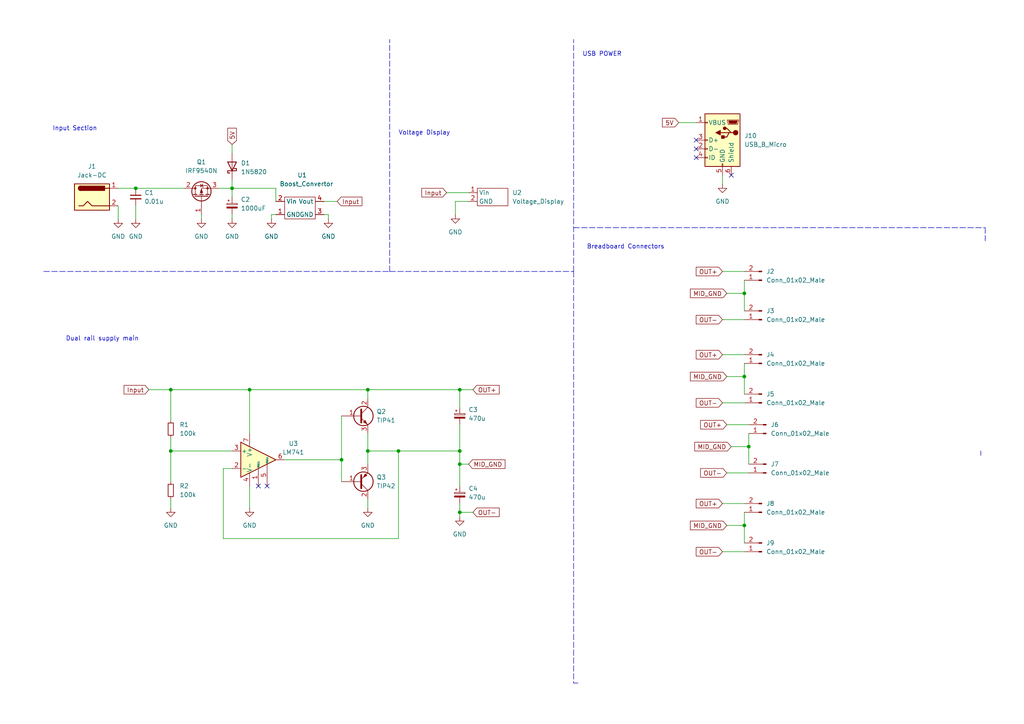
<source format=kicad_sch>
(kicad_sch (version 20211123) (generator eeschema)

  (uuid aa5156b6-9c56-479b-94bb-f7a4bc49de98)

  (paper "A4")

  (title_block
    (title "Dual Rail Supply for Breadboard")
    (date "2022-10-04")
    (rev "1.0")
    (company "NAMAN TANWAR")
  )

  (lib_symbols
    (symbol "Amplifier_Operational:LM741" (pin_names (offset 0.127)) (in_bom yes) (on_board yes)
      (property "Reference" "U" (id 0) (at 0 6.35 0)
        (effects (font (size 1.27 1.27)) (justify left))
      )
      (property "Value" "LM741" (id 1) (at 0 3.81 0)
        (effects (font (size 1.27 1.27)) (justify left))
      )
      (property "Footprint" "" (id 2) (at 1.27 1.27 0)
        (effects (font (size 1.27 1.27)) hide)
      )
      (property "Datasheet" "http://www.ti.com/lit/ds/symlink/lm741.pdf" (id 3) (at 3.81 3.81 0)
        (effects (font (size 1.27 1.27)) hide)
      )
      (property "ki_keywords" "single opamp" (id 4) (at 0 0 0)
        (effects (font (size 1.27 1.27)) hide)
      )
      (property "ki_description" "Operational Amplifier, DIP-8/TO-99-8" (id 5) (at 0 0 0)
        (effects (font (size 1.27 1.27)) hide)
      )
      (property "ki_fp_filters" "SOIC*3.9x4.9mm*P1.27mm* DIP*W7.62mm* TSSOP*3x3mm*P0.65mm*" (id 6) (at 0 0 0)
        (effects (font (size 1.27 1.27)) hide)
      )
      (symbol "LM741_0_1"
        (polyline
          (pts
            (xy -5.08 5.08)
            (xy 5.08 0)
            (xy -5.08 -5.08)
            (xy -5.08 5.08)
          )
          (stroke (width 0.254) (type default) (color 0 0 0 0))
          (fill (type background))
        )
      )
      (symbol "LM741_1_1"
        (pin input line (at 0 -7.62 90) (length 5.08)
          (name "NULL" (effects (font (size 0.508 0.508))))
          (number "1" (effects (font (size 1.27 1.27))))
        )
        (pin input line (at -7.62 -2.54 0) (length 2.54)
          (name "-" (effects (font (size 1.27 1.27))))
          (number "2" (effects (font (size 1.27 1.27))))
        )
        (pin input line (at -7.62 2.54 0) (length 2.54)
          (name "+" (effects (font (size 1.27 1.27))))
          (number "3" (effects (font (size 1.27 1.27))))
        )
        (pin power_in line (at -2.54 -7.62 90) (length 3.81)
          (name "V-" (effects (font (size 1.27 1.27))))
          (number "4" (effects (font (size 1.27 1.27))))
        )
        (pin input line (at 2.54 -7.62 90) (length 6.35)
          (name "NULL" (effects (font (size 0.508 0.508))))
          (number "5" (effects (font (size 1.27 1.27))))
        )
        (pin output line (at 7.62 0 180) (length 2.54)
          (name "~" (effects (font (size 1.27 1.27))))
          (number "6" (effects (font (size 1.27 1.27))))
        )
        (pin power_in line (at -2.54 7.62 270) (length 3.81)
          (name "V+" (effects (font (size 1.27 1.27))))
          (number "7" (effects (font (size 1.27 1.27))))
        )
        (pin no_connect line (at 0 2.54 270) (length 2.54) hide
          (name "NC" (effects (font (size 1.27 1.27))))
          (number "8" (effects (font (size 1.27 1.27))))
        )
      )
    )
    (symbol "Connector:Conn_01x02_Male" (pin_names (offset 1.016) hide) (in_bom yes) (on_board yes)
      (property "Reference" "J" (id 0) (at 0 2.54 0)
        (effects (font (size 1.27 1.27)))
      )
      (property "Value" "Conn_01x02_Male" (id 1) (at 0 -5.08 0)
        (effects (font (size 1.27 1.27)))
      )
      (property "Footprint" "" (id 2) (at 0 0 0)
        (effects (font (size 1.27 1.27)) hide)
      )
      (property "Datasheet" "~" (id 3) (at 0 0 0)
        (effects (font (size 1.27 1.27)) hide)
      )
      (property "ki_keywords" "connector" (id 4) (at 0 0 0)
        (effects (font (size 1.27 1.27)) hide)
      )
      (property "ki_description" "Generic connector, single row, 01x02, script generated (kicad-library-utils/schlib/autogen/connector/)" (id 5) (at 0 0 0)
        (effects (font (size 1.27 1.27)) hide)
      )
      (property "ki_fp_filters" "Connector*:*_1x??_*" (id 6) (at 0 0 0)
        (effects (font (size 1.27 1.27)) hide)
      )
      (symbol "Conn_01x02_Male_1_1"
        (polyline
          (pts
            (xy 1.27 -2.54)
            (xy 0.8636 -2.54)
          )
          (stroke (width 0.1524) (type default) (color 0 0 0 0))
          (fill (type none))
        )
        (polyline
          (pts
            (xy 1.27 0)
            (xy 0.8636 0)
          )
          (stroke (width 0.1524) (type default) (color 0 0 0 0))
          (fill (type none))
        )
        (rectangle (start 0.8636 -2.413) (end 0 -2.667)
          (stroke (width 0.1524) (type default) (color 0 0 0 0))
          (fill (type outline))
        )
        (rectangle (start 0.8636 0.127) (end 0 -0.127)
          (stroke (width 0.1524) (type default) (color 0 0 0 0))
          (fill (type outline))
        )
        (pin passive line (at 5.08 0 180) (length 3.81)
          (name "Pin_1" (effects (font (size 1.27 1.27))))
          (number "1" (effects (font (size 1.27 1.27))))
        )
        (pin passive line (at 5.08 -2.54 180) (length 3.81)
          (name "Pin_2" (effects (font (size 1.27 1.27))))
          (number "2" (effects (font (size 1.27 1.27))))
        )
      )
    )
    (symbol "Connector:Jack-DC" (pin_names (offset 1.016)) (in_bom yes) (on_board yes)
      (property "Reference" "J" (id 0) (at 0 5.334 0)
        (effects (font (size 1.27 1.27)))
      )
      (property "Value" "Jack-DC" (id 1) (at 0 -5.08 0)
        (effects (font (size 1.27 1.27)))
      )
      (property "Footprint" "" (id 2) (at 1.27 -1.016 0)
        (effects (font (size 1.27 1.27)) hide)
      )
      (property "Datasheet" "~" (id 3) (at 1.27 -1.016 0)
        (effects (font (size 1.27 1.27)) hide)
      )
      (property "ki_keywords" "DC power barrel jack connector" (id 4) (at 0 0 0)
        (effects (font (size 1.27 1.27)) hide)
      )
      (property "ki_description" "DC Barrel Jack" (id 5) (at 0 0 0)
        (effects (font (size 1.27 1.27)) hide)
      )
      (property "ki_fp_filters" "BarrelJack*" (id 6) (at 0 0 0)
        (effects (font (size 1.27 1.27)) hide)
      )
      (symbol "Jack-DC_0_1"
        (rectangle (start -5.08 3.81) (end 5.08 -3.81)
          (stroke (width 0.254) (type default) (color 0 0 0 0))
          (fill (type background))
        )
        (arc (start -3.302 3.175) (mid -3.937 2.54) (end -3.302 1.905)
          (stroke (width 0.254) (type default) (color 0 0 0 0))
          (fill (type none))
        )
        (arc (start -3.302 3.175) (mid -3.937 2.54) (end -3.302 1.905)
          (stroke (width 0.254) (type default) (color 0 0 0 0))
          (fill (type outline))
        )
        (polyline
          (pts
            (xy 5.08 2.54)
            (xy 3.81 2.54)
          )
          (stroke (width 0.254) (type default) (color 0 0 0 0))
          (fill (type none))
        )
        (polyline
          (pts
            (xy -3.81 -2.54)
            (xy -2.54 -2.54)
            (xy -1.27 -1.27)
            (xy 0 -2.54)
            (xy 2.54 -2.54)
            (xy 5.08 -2.54)
          )
          (stroke (width 0.254) (type default) (color 0 0 0 0))
          (fill (type none))
        )
        (rectangle (start 3.683 3.175) (end -3.302 1.905)
          (stroke (width 0.254) (type default) (color 0 0 0 0))
          (fill (type outline))
        )
      )
      (symbol "Jack-DC_1_1"
        (pin passive line (at 7.62 2.54 180) (length 2.54)
          (name "~" (effects (font (size 1.27 1.27))))
          (number "1" (effects (font (size 1.27 1.27))))
        )
        (pin passive line (at 7.62 -2.54 180) (length 2.54)
          (name "~" (effects (font (size 1.27 1.27))))
          (number "2" (effects (font (size 1.27 1.27))))
        )
      )
    )
    (symbol "Connector:USB_B_Micro" (pin_names (offset 1.016)) (in_bom yes) (on_board yes)
      (property "Reference" "J" (id 0) (at -5.08 11.43 0)
        (effects (font (size 1.27 1.27)) (justify left))
      )
      (property "Value" "USB_B_Micro" (id 1) (at -5.08 8.89 0)
        (effects (font (size 1.27 1.27)) (justify left))
      )
      (property "Footprint" "" (id 2) (at 3.81 -1.27 0)
        (effects (font (size 1.27 1.27)) hide)
      )
      (property "Datasheet" "~" (id 3) (at 3.81 -1.27 0)
        (effects (font (size 1.27 1.27)) hide)
      )
      (property "ki_keywords" "connector USB micro" (id 4) (at 0 0 0)
        (effects (font (size 1.27 1.27)) hide)
      )
      (property "ki_description" "USB Micro Type B connector" (id 5) (at 0 0 0)
        (effects (font (size 1.27 1.27)) hide)
      )
      (property "ki_fp_filters" "USB*" (id 6) (at 0 0 0)
        (effects (font (size 1.27 1.27)) hide)
      )
      (symbol "USB_B_Micro_0_1"
        (rectangle (start -5.08 -7.62) (end 5.08 7.62)
          (stroke (width 0.254) (type default) (color 0 0 0 0))
          (fill (type background))
        )
        (circle (center -3.81 2.159) (radius 0.635)
          (stroke (width 0.254) (type default) (color 0 0 0 0))
          (fill (type outline))
        )
        (circle (center -0.635 3.429) (radius 0.381)
          (stroke (width 0.254) (type default) (color 0 0 0 0))
          (fill (type outline))
        )
        (rectangle (start -0.127 -7.62) (end 0.127 -6.858)
          (stroke (width 0) (type default) (color 0 0 0 0))
          (fill (type none))
        )
        (polyline
          (pts
            (xy -1.905 2.159)
            (xy 0.635 2.159)
          )
          (stroke (width 0.254) (type default) (color 0 0 0 0))
          (fill (type none))
        )
        (polyline
          (pts
            (xy -3.175 2.159)
            (xy -2.54 2.159)
            (xy -1.27 3.429)
            (xy -0.635 3.429)
          )
          (stroke (width 0.254) (type default) (color 0 0 0 0))
          (fill (type none))
        )
        (polyline
          (pts
            (xy -2.54 2.159)
            (xy -1.905 2.159)
            (xy -1.27 0.889)
            (xy 0 0.889)
          )
          (stroke (width 0.254) (type default) (color 0 0 0 0))
          (fill (type none))
        )
        (polyline
          (pts
            (xy 0.635 2.794)
            (xy 0.635 1.524)
            (xy 1.905 2.159)
            (xy 0.635 2.794)
          )
          (stroke (width 0.254) (type default) (color 0 0 0 0))
          (fill (type outline))
        )
        (polyline
          (pts
            (xy -4.318 5.588)
            (xy -1.778 5.588)
            (xy -2.032 4.826)
            (xy -4.064 4.826)
            (xy -4.318 5.588)
          )
          (stroke (width 0) (type default) (color 0 0 0 0))
          (fill (type outline))
        )
        (polyline
          (pts
            (xy -4.699 5.842)
            (xy -4.699 5.588)
            (xy -4.445 4.826)
            (xy -4.445 4.572)
            (xy -1.651 4.572)
            (xy -1.651 4.826)
            (xy -1.397 5.588)
            (xy -1.397 5.842)
            (xy -4.699 5.842)
          )
          (stroke (width 0) (type default) (color 0 0 0 0))
          (fill (type none))
        )
        (rectangle (start 0.254 1.27) (end -0.508 0.508)
          (stroke (width 0.254) (type default) (color 0 0 0 0))
          (fill (type outline))
        )
        (rectangle (start 5.08 -5.207) (end 4.318 -4.953)
          (stroke (width 0) (type default) (color 0 0 0 0))
          (fill (type none))
        )
        (rectangle (start 5.08 -2.667) (end 4.318 -2.413)
          (stroke (width 0) (type default) (color 0 0 0 0))
          (fill (type none))
        )
        (rectangle (start 5.08 -0.127) (end 4.318 0.127)
          (stroke (width 0) (type default) (color 0 0 0 0))
          (fill (type none))
        )
        (rectangle (start 5.08 4.953) (end 4.318 5.207)
          (stroke (width 0) (type default) (color 0 0 0 0))
          (fill (type none))
        )
      )
      (symbol "USB_B_Micro_1_1"
        (pin power_out line (at 7.62 5.08 180) (length 2.54)
          (name "VBUS" (effects (font (size 1.27 1.27))))
          (number "1" (effects (font (size 1.27 1.27))))
        )
        (pin bidirectional line (at 7.62 -2.54 180) (length 2.54)
          (name "D-" (effects (font (size 1.27 1.27))))
          (number "2" (effects (font (size 1.27 1.27))))
        )
        (pin bidirectional line (at 7.62 0 180) (length 2.54)
          (name "D+" (effects (font (size 1.27 1.27))))
          (number "3" (effects (font (size 1.27 1.27))))
        )
        (pin passive line (at 7.62 -5.08 180) (length 2.54)
          (name "ID" (effects (font (size 1.27 1.27))))
          (number "4" (effects (font (size 1.27 1.27))))
        )
        (pin power_out line (at 0 -10.16 90) (length 2.54)
          (name "GND" (effects (font (size 1.27 1.27))))
          (number "5" (effects (font (size 1.27 1.27))))
        )
        (pin passive line (at -2.54 -10.16 90) (length 2.54)
          (name "Shield" (effects (font (size 1.27 1.27))))
          (number "6" (effects (font (size 1.27 1.27))))
        )
      )
    )
    (symbol "Device:C_Polarized_Small" (pin_numbers hide) (pin_names (offset 0.254) hide) (in_bom yes) (on_board yes)
      (property "Reference" "C" (id 0) (at 0.254 1.778 0)
        (effects (font (size 1.27 1.27)) (justify left))
      )
      (property "Value" "C_Polarized_Small" (id 1) (at 0.254 -2.032 0)
        (effects (font (size 1.27 1.27)) (justify left))
      )
      (property "Footprint" "" (id 2) (at 0 0 0)
        (effects (font (size 1.27 1.27)) hide)
      )
      (property "Datasheet" "~" (id 3) (at 0 0 0)
        (effects (font (size 1.27 1.27)) hide)
      )
      (property "ki_keywords" "cap capacitor" (id 4) (at 0 0 0)
        (effects (font (size 1.27 1.27)) hide)
      )
      (property "ki_description" "Polarized capacitor, small symbol" (id 5) (at 0 0 0)
        (effects (font (size 1.27 1.27)) hide)
      )
      (property "ki_fp_filters" "CP_*" (id 6) (at 0 0 0)
        (effects (font (size 1.27 1.27)) hide)
      )
      (symbol "C_Polarized_Small_0_1"
        (rectangle (start -1.524 -0.3048) (end 1.524 -0.6858)
          (stroke (width 0) (type default) (color 0 0 0 0))
          (fill (type outline))
        )
        (rectangle (start -1.524 0.6858) (end 1.524 0.3048)
          (stroke (width 0) (type default) (color 0 0 0 0))
          (fill (type none))
        )
        (polyline
          (pts
            (xy -1.27 1.524)
            (xy -0.762 1.524)
          )
          (stroke (width 0) (type default) (color 0 0 0 0))
          (fill (type none))
        )
        (polyline
          (pts
            (xy -1.016 1.27)
            (xy -1.016 1.778)
          )
          (stroke (width 0) (type default) (color 0 0 0 0))
          (fill (type none))
        )
      )
      (symbol "C_Polarized_Small_1_1"
        (pin passive line (at 0 2.54 270) (length 1.8542)
          (name "~" (effects (font (size 1.27 1.27))))
          (number "1" (effects (font (size 1.27 1.27))))
        )
        (pin passive line (at 0 -2.54 90) (length 1.8542)
          (name "~" (effects (font (size 1.27 1.27))))
          (number "2" (effects (font (size 1.27 1.27))))
        )
      )
    )
    (symbol "Device:C_Small" (pin_numbers hide) (pin_names (offset 0.254) hide) (in_bom yes) (on_board yes)
      (property "Reference" "C" (id 0) (at 0.254 1.778 0)
        (effects (font (size 1.27 1.27)) (justify left))
      )
      (property "Value" "C_Small" (id 1) (at 0.254 -2.032 0)
        (effects (font (size 1.27 1.27)) (justify left))
      )
      (property "Footprint" "" (id 2) (at 0 0 0)
        (effects (font (size 1.27 1.27)) hide)
      )
      (property "Datasheet" "~" (id 3) (at 0 0 0)
        (effects (font (size 1.27 1.27)) hide)
      )
      (property "ki_keywords" "capacitor cap" (id 4) (at 0 0 0)
        (effects (font (size 1.27 1.27)) hide)
      )
      (property "ki_description" "Unpolarized capacitor, small symbol" (id 5) (at 0 0 0)
        (effects (font (size 1.27 1.27)) hide)
      )
      (property "ki_fp_filters" "C_*" (id 6) (at 0 0 0)
        (effects (font (size 1.27 1.27)) hide)
      )
      (symbol "C_Small_0_1"
        (polyline
          (pts
            (xy -1.524 -0.508)
            (xy 1.524 -0.508)
          )
          (stroke (width 0.3302) (type default) (color 0 0 0 0))
          (fill (type none))
        )
        (polyline
          (pts
            (xy -1.524 0.508)
            (xy 1.524 0.508)
          )
          (stroke (width 0.3048) (type default) (color 0 0 0 0))
          (fill (type none))
        )
      )
      (symbol "C_Small_1_1"
        (pin passive line (at 0 2.54 270) (length 2.032)
          (name "~" (effects (font (size 1.27 1.27))))
          (number "1" (effects (font (size 1.27 1.27))))
        )
        (pin passive line (at 0 -2.54 90) (length 2.032)
          (name "~" (effects (font (size 1.27 1.27))))
          (number "2" (effects (font (size 1.27 1.27))))
        )
      )
    )
    (symbol "Device:R_Small" (pin_numbers hide) (pin_names (offset 0.254) hide) (in_bom yes) (on_board yes)
      (property "Reference" "R" (id 0) (at 0.762 0.508 0)
        (effects (font (size 1.27 1.27)) (justify left))
      )
      (property "Value" "R_Small" (id 1) (at 0.762 -1.016 0)
        (effects (font (size 1.27 1.27)) (justify left))
      )
      (property "Footprint" "" (id 2) (at 0 0 0)
        (effects (font (size 1.27 1.27)) hide)
      )
      (property "Datasheet" "~" (id 3) (at 0 0 0)
        (effects (font (size 1.27 1.27)) hide)
      )
      (property "ki_keywords" "R resistor" (id 4) (at 0 0 0)
        (effects (font (size 1.27 1.27)) hide)
      )
      (property "ki_description" "Resistor, small symbol" (id 5) (at 0 0 0)
        (effects (font (size 1.27 1.27)) hide)
      )
      (property "ki_fp_filters" "R_*" (id 6) (at 0 0 0)
        (effects (font (size 1.27 1.27)) hide)
      )
      (symbol "R_Small_0_1"
        (rectangle (start -0.762 1.778) (end 0.762 -1.778)
          (stroke (width 0.2032) (type default) (color 0 0 0 0))
          (fill (type none))
        )
      )
      (symbol "R_Small_1_1"
        (pin passive line (at 0 2.54 270) (length 0.762)
          (name "~" (effects (font (size 1.27 1.27))))
          (number "1" (effects (font (size 1.27 1.27))))
        )
        (pin passive line (at 0 -2.54 90) (length 0.762)
          (name "~" (effects (font (size 1.27 1.27))))
          (number "2" (effects (font (size 1.27 1.27))))
        )
      )
    )
    (symbol "Diode:1N5820" (pin_numbers hide) (pin_names (offset 1.016) hide) (in_bom yes) (on_board yes)
      (property "Reference" "D" (id 0) (at 0 2.54 0)
        (effects (font (size 1.27 1.27)))
      )
      (property "Value" "1N5820" (id 1) (at 0 -2.54 0)
        (effects (font (size 1.27 1.27)))
      )
      (property "Footprint" "Diode_THT:D_DO-201AD_P15.24mm_Horizontal" (id 2) (at 0 -4.445 0)
        (effects (font (size 1.27 1.27)) hide)
      )
      (property "Datasheet" "http://www.vishay.com/docs/88526/1n5820.pdf" (id 3) (at 0 0 0)
        (effects (font (size 1.27 1.27)) hide)
      )
      (property "ki_keywords" "diode Schottky" (id 4) (at 0 0 0)
        (effects (font (size 1.27 1.27)) hide)
      )
      (property "ki_description" "20V 3A Schottky Barrier Rectifier Diode, DO-201AD" (id 5) (at 0 0 0)
        (effects (font (size 1.27 1.27)) hide)
      )
      (property "ki_fp_filters" "D*DO?201AD*" (id 6) (at 0 0 0)
        (effects (font (size 1.27 1.27)) hide)
      )
      (symbol "1N5820_0_1"
        (polyline
          (pts
            (xy 1.27 0)
            (xy -1.27 0)
          )
          (stroke (width 0) (type default) (color 0 0 0 0))
          (fill (type none))
        )
        (polyline
          (pts
            (xy 1.27 1.27)
            (xy 1.27 -1.27)
            (xy -1.27 0)
            (xy 1.27 1.27)
          )
          (stroke (width 0.254) (type default) (color 0 0 0 0))
          (fill (type none))
        )
        (polyline
          (pts
            (xy -1.905 0.635)
            (xy -1.905 1.27)
            (xy -1.27 1.27)
            (xy -1.27 -1.27)
            (xy -0.635 -1.27)
            (xy -0.635 -0.635)
          )
          (stroke (width 0.254) (type default) (color 0 0 0 0))
          (fill (type none))
        )
      )
      (symbol "1N5820_1_1"
        (pin passive line (at -3.81 0 0) (length 2.54)
          (name "K" (effects (font (size 1.27 1.27))))
          (number "1" (effects (font (size 1.27 1.27))))
        )
        (pin passive line (at 3.81 0 180) (length 2.54)
          (name "A" (effects (font (size 1.27 1.27))))
          (number "2" (effects (font (size 1.27 1.27))))
        )
      )
    )
    (symbol "Naman:Boost_Convertor" (in_bom yes) (on_board yes)
      (property "Reference" "U1" (id 0) (at 5.08 11.43 0)
        (effects (font (size 1.27 1.27)))
      )
      (property "Value" "Boost_Convertor" (id 1) (at 6.35 8.89 0)
        (effects (font (size 1.27 1.27)))
      )
      (property "Footprint" "" (id 2) (at 0 0 0)
        (effects (font (size 1.27 1.27)) hide)
      )
      (property "Datasheet" "" (id 3) (at 0 0 0)
        (effects (font (size 1.27 1.27)) hide)
      )
      (symbol "Boost_Convertor_0_1"
        (polyline
          (pts
            (xy 0 5.08)
            (xy 0 -1.27)
            (xy 8.89 -1.27)
            (xy 8.89 5.08)
            (xy 0 5.08)
          )
          (stroke (width 0) (type default) (color 0 0 0 0))
          (fill (type none))
        )
      )
      (symbol "Boost_Convertor_1_1"
        (pin input line (at -2.54 0 0) (length 2.54)
          (name "GND" (effects (font (size 1.27 1.27))))
          (number "1" (effects (font (size 1.27 1.27))))
        )
        (pin input line (at -2.54 3.81 0) (length 2.54)
          (name "Vin" (effects (font (size 1.27 1.27))))
          (number "2" (effects (font (size 1.27 1.27))))
        )
        (pin output line (at 11.43 0 180) (length 2.54)
          (name "GND" (effects (font (size 1.27 1.27))))
          (number "3" (effects (font (size 1.27 1.27))))
        )
        (pin output line (at 11.43 3.81 180) (length 2.54)
          (name "Vout" (effects (font (size 1.27 1.27))))
          (number "4" (effects (font (size 1.27 1.27))))
        )
      )
    )
    (symbol "Naman:Voltage_Display" (in_bom yes) (on_board yes)
      (property "Reference" "U2" (id 0) (at 10.16 5.0801 0)
        (effects (font (size 1.27 1.27)) (justify left))
      )
      (property "Value" "Voltage_Display" (id 1) (at 10.16 2.5401 0)
        (effects (font (size 1.27 1.27)) (justify left))
      )
      (property "Footprint" "Naman_footprints:Voltage_disp_2wire" (id 2) (at 0 0 0)
        (effects (font (size 1.27 1.27)) hide)
      )
      (property "Datasheet" "" (id 3) (at 0 0 0)
        (effects (font (size 1.27 1.27)) hide)
      )
      (symbol "Voltage_Display_0_1"
        (polyline
          (pts
            (xy 0 6.35)
            (xy 0 1.27)
            (xy 8.89 1.27)
            (xy 8.89 6.35)
            (xy 0 6.35)
          )
          (stroke (width 0) (type default) (color 0 0 0 0))
          (fill (type none))
        )
      )
      (symbol "Voltage_Display_1_1"
        (pin input line (at -2.54 5.08 0) (length 2.54)
          (name "Vin" (effects (font (size 1.27 1.27))))
          (number "1" (effects (font (size 1.27 1.27))))
        )
        (pin input line (at -2.54 2.54 0) (length 2.54)
          (name "GND" (effects (font (size 1.27 1.27))))
          (number "2" (effects (font (size 1.27 1.27))))
        )
      )
    )
    (symbol "Transistor_BJT:TIP41" (pin_names (offset 0) hide) (in_bom yes) (on_board yes)
      (property "Reference" "Q" (id 0) (at 6.35 1.905 0)
        (effects (font (size 1.27 1.27)) (justify left))
      )
      (property "Value" "TIP41" (id 1) (at 6.35 0 0)
        (effects (font (size 1.27 1.27)) (justify left))
      )
      (property "Footprint" "Package_TO_SOT_THT:TO-220-3_Vertical" (id 2) (at 6.35 -1.905 0)
        (effects (font (size 1.27 1.27) italic) (justify left) hide)
      )
      (property "Datasheet" "https://www.centralsemi.com/get_document.php?cmp=1&mergetype=pd&mergepath=pd&pdf_id=tip41.PDF" (id 3) (at 0 0 0)
        (effects (font (size 1.27 1.27)) (justify left) hide)
      )
      (property "ki_keywords" "power NPN Transistor" (id 4) (at 0 0 0)
        (effects (font (size 1.27 1.27)) hide)
      )
      (property "ki_description" "6A Ic, 40V Vce, Power NPN Transistor, TO-220" (id 5) (at 0 0 0)
        (effects (font (size 1.27 1.27)) hide)
      )
      (property "ki_fp_filters" "TO?220*" (id 6) (at 0 0 0)
        (effects (font (size 1.27 1.27)) hide)
      )
      (symbol "TIP41_0_1"
        (polyline
          (pts
            (xy 0.635 0.635)
            (xy 2.54 2.54)
          )
          (stroke (width 0) (type default) (color 0 0 0 0))
          (fill (type none))
        )
        (polyline
          (pts
            (xy 0.635 -0.635)
            (xy 2.54 -2.54)
            (xy 2.54 -2.54)
          )
          (stroke (width 0) (type default) (color 0 0 0 0))
          (fill (type none))
        )
        (polyline
          (pts
            (xy 0.635 1.905)
            (xy 0.635 -1.905)
            (xy 0.635 -1.905)
          )
          (stroke (width 0.508) (type default) (color 0 0 0 0))
          (fill (type none))
        )
        (polyline
          (pts
            (xy 1.27 -1.778)
            (xy 1.778 -1.27)
            (xy 2.286 -2.286)
            (xy 1.27 -1.778)
            (xy 1.27 -1.778)
          )
          (stroke (width 0) (type default) (color 0 0 0 0))
          (fill (type outline))
        )
        (circle (center 1.27 0) (radius 2.8194)
          (stroke (width 0.254) (type default) (color 0 0 0 0))
          (fill (type none))
        )
      )
      (symbol "TIP41_1_1"
        (pin input line (at -5.08 0 0) (length 5.715)
          (name "B" (effects (font (size 1.27 1.27))))
          (number "1" (effects (font (size 1.27 1.27))))
        )
        (pin passive line (at 2.54 5.08 270) (length 2.54)
          (name "C" (effects (font (size 1.27 1.27))))
          (number "2" (effects (font (size 1.27 1.27))))
        )
        (pin passive line (at 2.54 -5.08 90) (length 2.54)
          (name "E" (effects (font (size 1.27 1.27))))
          (number "3" (effects (font (size 1.27 1.27))))
        )
      )
    )
    (symbol "Transistor_BJT:TIP42" (pin_names (offset 0) hide) (in_bom yes) (on_board yes)
      (property "Reference" "Q" (id 0) (at 6.35 1.905 0)
        (effects (font (size 1.27 1.27)) (justify left))
      )
      (property "Value" "TIP42" (id 1) (at 6.35 0 0)
        (effects (font (size 1.27 1.27)) (justify left))
      )
      (property "Footprint" "Package_TO_SOT_THT:TO-220-3_Vertical" (id 2) (at 6.35 -1.905 0)
        (effects (font (size 1.27 1.27) italic) (justify left) hide)
      )
      (property "Datasheet" "https://www.centralsemi.com/get_document.php?cmp=1&mergetype=pd&mergepath=pd&pdf_id=TIP42.PDF" (id 3) (at 0 0 0)
        (effects (font (size 1.27 1.27)) (justify left) hide)
      )
      (property "ki_keywords" "power PNP Transistor" (id 4) (at 0 0 0)
        (effects (font (size 1.27 1.27)) hide)
      )
      (property "ki_description" "-6A Ic, -40V Vce, Power PNP Transistor, TO-220" (id 5) (at 0 0 0)
        (effects (font (size 1.27 1.27)) hide)
      )
      (property "ki_fp_filters" "TO?220*" (id 6) (at 0 0 0)
        (effects (font (size 1.27 1.27)) hide)
      )
      (symbol "TIP42_0_1"
        (polyline
          (pts
            (xy 0.635 0.635)
            (xy 2.54 2.54)
          )
          (stroke (width 0) (type default) (color 0 0 0 0))
          (fill (type none))
        )
        (polyline
          (pts
            (xy 0.635 -0.635)
            (xy 2.54 -2.54)
            (xy 2.54 -2.54)
          )
          (stroke (width 0) (type default) (color 0 0 0 0))
          (fill (type none))
        )
        (polyline
          (pts
            (xy 0.635 1.905)
            (xy 0.635 -1.905)
            (xy 0.635 -1.905)
          )
          (stroke (width 0.508) (type default) (color 0 0 0 0))
          (fill (type none))
        )
        (polyline
          (pts
            (xy 2.286 -1.778)
            (xy 1.778 -2.286)
            (xy 1.27 -1.27)
            (xy 2.286 -1.778)
            (xy 2.286 -1.778)
          )
          (stroke (width 0) (type default) (color 0 0 0 0))
          (fill (type outline))
        )
        (circle (center 1.27 0) (radius 2.8194)
          (stroke (width 0.254) (type default) (color 0 0 0 0))
          (fill (type none))
        )
      )
      (symbol "TIP42_1_1"
        (pin input line (at -5.08 0 0) (length 5.715)
          (name "B" (effects (font (size 1.27 1.27))))
          (number "1" (effects (font (size 1.27 1.27))))
        )
        (pin passive line (at 2.54 5.08 270) (length 2.54)
          (name "C" (effects (font (size 1.27 1.27))))
          (number "2" (effects (font (size 1.27 1.27))))
        )
        (pin passive line (at 2.54 -5.08 90) (length 2.54)
          (name "E" (effects (font (size 1.27 1.27))))
          (number "3" (effects (font (size 1.27 1.27))))
        )
      )
    )
    (symbol "Transistor_FET:IRF9540N" (pin_names hide) (in_bom yes) (on_board yes)
      (property "Reference" "Q" (id 0) (at 5.08 1.905 0)
        (effects (font (size 1.27 1.27)) (justify left))
      )
      (property "Value" "IRF9540N" (id 1) (at 5.08 0 0)
        (effects (font (size 1.27 1.27)) (justify left))
      )
      (property "Footprint" "Package_TO_SOT_THT:TO-220-3_Vertical" (id 2) (at 5.08 -1.905 0)
        (effects (font (size 1.27 1.27) italic) (justify left) hide)
      )
      (property "Datasheet" "http://www.irf.com/product-info/datasheets/data/irf9540n.pdf" (id 3) (at 0 0 0)
        (effects (font (size 1.27 1.27)) (justify left) hide)
      )
      (property "ki_keywords" "P-Channel MOSFET HEXFET" (id 4) (at 0 0 0)
        (effects (font (size 1.27 1.27)) hide)
      )
      (property "ki_description" "-23A Id, -100V Vds, 117mOhm Rds, P-Channel HEXFET Power MOSFET, TO-220" (id 5) (at 0 0 0)
        (effects (font (size 1.27 1.27)) hide)
      )
      (property "ki_fp_filters" "TO?220*" (id 6) (at 0 0 0)
        (effects (font (size 1.27 1.27)) hide)
      )
      (symbol "IRF9540N_0_1"
        (polyline
          (pts
            (xy 0.254 0)
            (xy -2.54 0)
          )
          (stroke (width 0) (type default) (color 0 0 0 0))
          (fill (type none))
        )
        (polyline
          (pts
            (xy 0.254 1.905)
            (xy 0.254 -1.905)
          )
          (stroke (width 0.254) (type default) (color 0 0 0 0))
          (fill (type none))
        )
        (polyline
          (pts
            (xy 0.762 -1.27)
            (xy 0.762 -2.286)
          )
          (stroke (width 0.254) (type default) (color 0 0 0 0))
          (fill (type none))
        )
        (polyline
          (pts
            (xy 0.762 0.508)
            (xy 0.762 -0.508)
          )
          (stroke (width 0.254) (type default) (color 0 0 0 0))
          (fill (type none))
        )
        (polyline
          (pts
            (xy 0.762 2.286)
            (xy 0.762 1.27)
          )
          (stroke (width 0.254) (type default) (color 0 0 0 0))
          (fill (type none))
        )
        (polyline
          (pts
            (xy 2.54 2.54)
            (xy 2.54 1.778)
          )
          (stroke (width 0) (type default) (color 0 0 0 0))
          (fill (type none))
        )
        (polyline
          (pts
            (xy 2.54 -2.54)
            (xy 2.54 0)
            (xy 0.762 0)
          )
          (stroke (width 0) (type default) (color 0 0 0 0))
          (fill (type none))
        )
        (polyline
          (pts
            (xy 0.762 1.778)
            (xy 3.302 1.778)
            (xy 3.302 -1.778)
            (xy 0.762 -1.778)
          )
          (stroke (width 0) (type default) (color 0 0 0 0))
          (fill (type none))
        )
        (polyline
          (pts
            (xy 2.286 0)
            (xy 1.27 0.381)
            (xy 1.27 -0.381)
            (xy 2.286 0)
          )
          (stroke (width 0) (type default) (color 0 0 0 0))
          (fill (type outline))
        )
        (polyline
          (pts
            (xy 2.794 -0.508)
            (xy 2.921 -0.381)
            (xy 3.683 -0.381)
            (xy 3.81 -0.254)
          )
          (stroke (width 0) (type default) (color 0 0 0 0))
          (fill (type none))
        )
        (polyline
          (pts
            (xy 3.302 -0.381)
            (xy 2.921 0.254)
            (xy 3.683 0.254)
            (xy 3.302 -0.381)
          )
          (stroke (width 0) (type default) (color 0 0 0 0))
          (fill (type none))
        )
        (circle (center 1.651 0) (radius 2.794)
          (stroke (width 0.254) (type default) (color 0 0 0 0))
          (fill (type none))
        )
        (circle (center 2.54 -1.778) (radius 0.254)
          (stroke (width 0) (type default) (color 0 0 0 0))
          (fill (type outline))
        )
        (circle (center 2.54 1.778) (radius 0.254)
          (stroke (width 0) (type default) (color 0 0 0 0))
          (fill (type outline))
        )
      )
      (symbol "IRF9540N_1_1"
        (pin input line (at -5.08 0 0) (length 2.54)
          (name "G" (effects (font (size 1.27 1.27))))
          (number "1" (effects (font (size 1.27 1.27))))
        )
        (pin passive line (at 2.54 5.08 270) (length 2.54)
          (name "D" (effects (font (size 1.27 1.27))))
          (number "2" (effects (font (size 1.27 1.27))))
        )
        (pin passive line (at 2.54 -5.08 90) (length 2.54)
          (name "S" (effects (font (size 1.27 1.27))))
          (number "3" (effects (font (size 1.27 1.27))))
        )
      )
    )
    (symbol "power:GND" (power) (pin_names (offset 0)) (in_bom yes) (on_board yes)
      (property "Reference" "#PWR" (id 0) (at 0 -6.35 0)
        (effects (font (size 1.27 1.27)) hide)
      )
      (property "Value" "GND" (id 1) (at 0 -3.81 0)
        (effects (font (size 1.27 1.27)))
      )
      (property "Footprint" "" (id 2) (at 0 0 0)
        (effects (font (size 1.27 1.27)) hide)
      )
      (property "Datasheet" "" (id 3) (at 0 0 0)
        (effects (font (size 1.27 1.27)) hide)
      )
      (property "ki_keywords" "power-flag" (id 4) (at 0 0 0)
        (effects (font (size 1.27 1.27)) hide)
      )
      (property "ki_description" "Power symbol creates a global label with name \"GND\" , ground" (id 5) (at 0 0 0)
        (effects (font (size 1.27 1.27)) hide)
      )
      (symbol "GND_0_1"
        (polyline
          (pts
            (xy 0 0)
            (xy 0 -1.27)
            (xy 1.27 -1.27)
            (xy 0 -2.54)
            (xy -1.27 -1.27)
            (xy 0 -1.27)
          )
          (stroke (width 0) (type default) (color 0 0 0 0))
          (fill (type none))
        )
      )
      (symbol "GND_1_1"
        (pin power_in line (at 0 0 270) (length 0) hide
          (name "GND" (effects (font (size 1.27 1.27))))
          (number "1" (effects (font (size 1.27 1.27))))
        )
      )
    )
  )

  (junction (at 106.68 130.81) (diameter 0) (color 0 0 0 0)
    (uuid 0d1d6d89-1208-42c2-a559-b6431234a563)
  )
  (junction (at 39.37 54.61) (diameter 0) (color 0 0 0 0)
    (uuid 20b6b0d3-9ea8-4aca-b5c5-2f864152bf61)
  )
  (junction (at 115.57 130.81) (diameter 0) (color 0 0 0 0)
    (uuid 2dd66d8a-b11e-4bbd-b124-1440acefd629)
  )
  (junction (at 133.35 134.62) (diameter 0) (color 0 0 0 0)
    (uuid 38fc6625-41e8-41dc-a938-1578083ea662)
  )
  (junction (at 215.9 85.09) (diameter 0) (color 0 0 0 0)
    (uuid 4371386e-3841-4067-a418-f75c851a7e46)
  )
  (junction (at 133.35 148.59) (diameter 0) (color 0 0 0 0)
    (uuid 451f7a1d-eb71-4fd6-b23d-b27534f06820)
  )
  (junction (at 49.53 130.81) (diameter 0) (color 0 0 0 0)
    (uuid 4eb0180e-c5a6-4bd2-ac63-984412fcf2b5)
  )
  (junction (at 106.68 113.03) (diameter 0) (color 0 0 0 0)
    (uuid 4fe33c07-6538-4d8d-83f4-f4627e1dc1b8)
  )
  (junction (at 217.17 129.54) (diameter 0) (color 0 0 0 0)
    (uuid 54095226-9a6d-44df-86fb-881aa3cd0332)
  )
  (junction (at 215.9 152.4) (diameter 0) (color 0 0 0 0)
    (uuid 58c2c02c-d7da-4873-b931-212e8fc872d1)
  )
  (junction (at 133.35 130.81) (diameter 0) (color 0 0 0 0)
    (uuid 6b949da3-0a37-4896-8d1d-4314fc3564ac)
  )
  (junction (at 133.35 113.03) (diameter 0) (color 0 0 0 0)
    (uuid 873476fd-c968-41c6-bdda-9efdc81d0fca)
  )
  (junction (at 49.53 113.03) (diameter 0) (color 0 0 0 0)
    (uuid 8ee7c087-ba41-424d-a5f5-07eee7ddbfb5)
  )
  (junction (at 99.06 133.35) (diameter 0) (color 0 0 0 0)
    (uuid a0725b80-6708-4298-8a86-e7058cfc1a7f)
  )
  (junction (at 72.39 113.03) (diameter 0) (color 0 0 0 0)
    (uuid dd6e35e1-3584-4214-ad7f-b71361f5c25a)
  )
  (junction (at 67.31 54.61) (diameter 0) (color 0 0 0 0)
    (uuid dfb6d7ec-cc97-4ce8-a661-6af50bb6c01d)
  )
  (junction (at 215.9 109.22) (diameter 0) (color 0 0 0 0)
    (uuid f70a8d73-9c13-45c7-8a50-a86cdab1f627)
  )

  (no_connect (at 77.47 140.97) (uuid 43bde607-35c2-48b4-a00d-11d5db5b6972))
  (no_connect (at 74.93 140.97) (uuid 43bde607-35c2-48b4-a00d-11d5db5b6973))
  (no_connect (at 201.93 45.72) (uuid d4207ea3-0f63-415f-8864-ff5ae0553761))
  (no_connect (at 212.09 50.8) (uuid d4207ea3-0f63-415f-8864-ff5ae0553762))
  (no_connect (at 201.93 40.64) (uuid d4207ea3-0f63-415f-8864-ff5ae0553763))
  (no_connect (at 201.93 43.18) (uuid d4207ea3-0f63-415f-8864-ff5ae0553764))

  (wire (pts (xy 67.31 54.61) (xy 63.5 54.61))
    (stroke (width 0) (type default) (color 0 0 0 0))
    (uuid 00e2921a-900e-43fc-bbb5-9455721d2680)
  )
  (wire (pts (xy 209.55 102.87) (xy 215.9 102.87))
    (stroke (width 0) (type default) (color 0 0 0 0))
    (uuid 0213a2b1-d761-4089-b2bc-2822c84b99e0)
  )
  (wire (pts (xy 215.9 105.41) (xy 215.9 109.22))
    (stroke (width 0) (type default) (color 0 0 0 0))
    (uuid 02d9d049-a2f2-4255-90bb-80000baca32a)
  )
  (wire (pts (xy 39.37 59.69) (xy 39.37 63.5))
    (stroke (width 0) (type default) (color 0 0 0 0))
    (uuid 03fabf1d-6da8-479e-8c7c-2f56807e11ce)
  )
  (wire (pts (xy 39.37 54.61) (xy 53.34 54.61))
    (stroke (width 0) (type default) (color 0 0 0 0))
    (uuid 04a0b78d-24ae-4d67-abd6-ad8af7b965fb)
  )
  (wire (pts (xy 43.18 113.03) (xy 49.53 113.03))
    (stroke (width 0) (type default) (color 0 0 0 0))
    (uuid 05700dc9-ff66-4070-bea9-2d77eda5ac1f)
  )
  (wire (pts (xy 215.9 81.28) (xy 215.9 85.09))
    (stroke (width 0) (type default) (color 0 0 0 0))
    (uuid 09cfcc4a-08e9-4feb-b969-849f35229bb0)
  )
  (wire (pts (xy 209.55 146.05) (xy 215.9 146.05))
    (stroke (width 0) (type default) (color 0 0 0 0))
    (uuid 12901e80-492c-463c-bdde-58f28748d0c9)
  )
  (wire (pts (xy 106.68 144.78) (xy 106.68 147.32))
    (stroke (width 0) (type default) (color 0 0 0 0))
    (uuid 159d3ed7-de82-4b20-992b-474a22e288ad)
  )
  (wire (pts (xy 133.35 123.19) (xy 133.35 130.81))
    (stroke (width 0) (type default) (color 0 0 0 0))
    (uuid 181e3e41-aa0e-4093-a23b-3afa7d08df5c)
  )
  (wire (pts (xy 78.74 62.23) (xy 78.74 63.5))
    (stroke (width 0) (type default) (color 0 0 0 0))
    (uuid 189f9b8b-6ebe-4799-ba0b-583e22721faf)
  )
  (wire (pts (xy 72.39 140.97) (xy 72.39 147.32))
    (stroke (width 0) (type default) (color 0 0 0 0))
    (uuid 1b0ce28a-cdf4-4b4a-ac0f-4f7aad02d53e)
  )
  (wire (pts (xy 133.35 148.59) (xy 137.16 148.59))
    (stroke (width 0) (type default) (color 0 0 0 0))
    (uuid 1e1a5c44-fe68-4132-9c2e-672fa4c2b97a)
  )
  (wire (pts (xy 133.35 113.03) (xy 137.16 113.03))
    (stroke (width 0) (type default) (color 0 0 0 0))
    (uuid 1f05e726-427c-461b-b037-b9750cfd90f3)
  )
  (wire (pts (xy 196.85 35.56) (xy 201.93 35.56))
    (stroke (width 0) (type default) (color 0 0 0 0))
    (uuid 23e60d04-1312-4978-b349-77888bad8bdb)
  )
  (wire (pts (xy 209.55 50.8) (xy 209.55 53.34))
    (stroke (width 0) (type default) (color 0 0 0 0))
    (uuid 271d473a-686b-47c0-9a46-c4474318b700)
  )
  (polyline (pts (xy 113.03 78.74) (xy 113.03 11.43))
    (stroke (width 0) (type default) (color 0 0 0 0))
    (uuid 28ae755e-71ad-4e70-86d1-9ea4a0d2606f)
  )

  (wire (pts (xy 215.9 109.22) (xy 215.9 114.3))
    (stroke (width 0) (type default) (color 0 0 0 0))
    (uuid 29ec1582-6d95-4710-9aff-83619b991840)
  )
  (wire (pts (xy 67.31 41.91) (xy 67.31 44.45))
    (stroke (width 0) (type default) (color 0 0 0 0))
    (uuid 29faf22a-47b8-4655-8998-1d8204ea93f8)
  )
  (wire (pts (xy 72.39 125.73) (xy 72.39 113.03))
    (stroke (width 0) (type default) (color 0 0 0 0))
    (uuid 33126410-d056-4ab7-b437-53a0a50fd7e1)
  )
  (wire (pts (xy 115.57 130.81) (xy 133.35 130.81))
    (stroke (width 0) (type default) (color 0 0 0 0))
    (uuid 33d27442-6b58-4ea2-9145-8755d7caff34)
  )
  (wire (pts (xy 64.77 135.89) (xy 64.77 156.21))
    (stroke (width 0) (type default) (color 0 0 0 0))
    (uuid 37c6e30a-60d8-439c-b38d-7c70b6160c8b)
  )
  (wire (pts (xy 210.82 137.16) (xy 217.17 137.16))
    (stroke (width 0) (type default) (color 0 0 0 0))
    (uuid 3a5b3646-622d-4f67-b470-559f0be1465d)
  )
  (wire (pts (xy 133.35 113.03) (xy 106.68 113.03))
    (stroke (width 0) (type default) (color 0 0 0 0))
    (uuid 42c4ec0d-ab4b-44d5-adca-bb00a61e19c5)
  )
  (wire (pts (xy 82.55 133.35) (xy 99.06 133.35))
    (stroke (width 0) (type default) (color 0 0 0 0))
    (uuid 446e445e-f32c-4014-a8f0-2184b4075d4e)
  )
  (wire (pts (xy 210.82 109.22) (xy 215.9 109.22))
    (stroke (width 0) (type default) (color 0 0 0 0))
    (uuid 457f5a44-8231-4bdc-981f-862efa42e826)
  )
  (wire (pts (xy 209.55 78.74) (xy 215.9 78.74))
    (stroke (width 0) (type default) (color 0 0 0 0))
    (uuid 463b42a3-5c6f-4324-a298-41468beb7d9b)
  )
  (wire (pts (xy 215.9 152.4) (xy 215.9 157.48))
    (stroke (width 0) (type default) (color 0 0 0 0))
    (uuid 48c49606-7720-47de-aff1-4373a5a286da)
  )
  (polyline (pts (xy 166.37 66.04) (xy 285.75 66.04))
    (stroke (width 0) (type default) (color 0 0 0 0))
    (uuid 4ea2442c-df74-4469-8cee-aa1437ca5d5d)
  )

  (wire (pts (xy 129.54 55.88) (xy 135.89 55.88))
    (stroke (width 0) (type default) (color 0 0 0 0))
    (uuid 52a460bc-82fb-4565-815d-ca05eece8067)
  )
  (wire (pts (xy 49.53 130.81) (xy 49.53 139.7))
    (stroke (width 0) (type default) (color 0 0 0 0))
    (uuid 5d91b32b-5d52-4e97-b978-e1cd2c556d5f)
  )
  (wire (pts (xy 106.68 125.73) (xy 106.68 130.81))
    (stroke (width 0) (type default) (color 0 0 0 0))
    (uuid 5de1365b-4bfb-4d8b-abd0-a84935a24c81)
  )
  (wire (pts (xy 99.06 120.65) (xy 99.06 133.35))
    (stroke (width 0) (type default) (color 0 0 0 0))
    (uuid 63645984-f83e-4e34-9a30-ae4323f7e822)
  )
  (wire (pts (xy 67.31 52.07) (xy 67.31 54.61))
    (stroke (width 0) (type default) (color 0 0 0 0))
    (uuid 6877d618-a00b-46bc-b455-158228f3f9ba)
  )
  (wire (pts (xy 99.06 133.35) (xy 99.06 139.7))
    (stroke (width 0) (type default) (color 0 0 0 0))
    (uuid 6c318526-3fad-4c31-b29d-0fd17458dfb6)
  )
  (wire (pts (xy 115.57 130.81) (xy 106.68 130.81))
    (stroke (width 0) (type default) (color 0 0 0 0))
    (uuid 71d696d6-e45e-48ad-b734-96d913762de7)
  )
  (wire (pts (xy 133.35 134.62) (xy 135.89 134.62))
    (stroke (width 0) (type default) (color 0 0 0 0))
    (uuid 788f5042-dfc6-424f-8878-fba8ef6206ec)
  )
  (wire (pts (xy 209.55 116.84) (xy 215.9 116.84))
    (stroke (width 0) (type default) (color 0 0 0 0))
    (uuid 7a3d2eaa-59ed-411e-a7f6-2c47398cf92b)
  )
  (wire (pts (xy 133.35 148.59) (xy 133.35 146.05))
    (stroke (width 0) (type default) (color 0 0 0 0))
    (uuid 7a8bb3a2-7839-42fc-9e43-79530ab04f51)
  )
  (wire (pts (xy 64.77 156.21) (xy 115.57 156.21))
    (stroke (width 0) (type default) (color 0 0 0 0))
    (uuid 7a98ded5-8763-4b46-926f-87e6ed90ac31)
  )
  (polyline (pts (xy 166.37 78.74) (xy 166.37 198.12))
    (stroke (width 0) (type default) (color 0 0 0 0))
    (uuid 8792df56-69bb-4d06-a70e-78ad321f921a)
  )

  (wire (pts (xy 67.31 63.5) (xy 67.31 62.23))
    (stroke (width 0) (type default) (color 0 0 0 0))
    (uuid 8a9ae287-66c4-4ad8-b270-21119516a7b9)
  )
  (wire (pts (xy 212.09 129.54) (xy 217.17 129.54))
    (stroke (width 0) (type default) (color 0 0 0 0))
    (uuid 8fcb4dc4-30ae-49f5-8735-a7c65d06ec87)
  )
  (wire (pts (xy 93.98 58.42) (xy 97.79 58.42))
    (stroke (width 0) (type default) (color 0 0 0 0))
    (uuid 9068ce2b-ce21-4337-bd0c-680f0491eb6a)
  )
  (wire (pts (xy 115.57 156.21) (xy 115.57 130.81))
    (stroke (width 0) (type default) (color 0 0 0 0))
    (uuid 90f8b099-d614-446b-b9e1-8ad9ec56b402)
  )
  (wire (pts (xy 133.35 130.81) (xy 133.35 134.62))
    (stroke (width 0) (type default) (color 0 0 0 0))
    (uuid a5ab75bd-694b-4464-8ed7-0d342b324801)
  )
  (wire (pts (xy 80.01 58.42) (xy 80.01 54.61))
    (stroke (width 0) (type default) (color 0 0 0 0))
    (uuid a60193a1-49c2-4623-866c-b0da3ba5e9f7)
  )
  (polyline (pts (xy 113.03 78.74) (xy 166.37 78.74))
    (stroke (width 0) (type default) (color 0 0 0 0))
    (uuid a64e59bd-18d2-4821-8b68-fe8ac4e16526)
  )

  (wire (pts (xy 133.35 118.11) (xy 133.35 113.03))
    (stroke (width 0) (type default) (color 0 0 0 0))
    (uuid a98278cb-008d-4bcb-bd12-d3d31ebd4f22)
  )
  (wire (pts (xy 210.82 85.09) (xy 215.9 85.09))
    (stroke (width 0) (type default) (color 0 0 0 0))
    (uuid ac04d852-cf20-4904-afdd-b883b21fb39c)
  )
  (wire (pts (xy 106.68 130.81) (xy 106.68 134.62))
    (stroke (width 0) (type default) (color 0 0 0 0))
    (uuid ac20e78b-2bb9-46aa-b63b-dfa6df756125)
  )
  (wire (pts (xy 49.53 113.03) (xy 72.39 113.03))
    (stroke (width 0) (type default) (color 0 0 0 0))
    (uuid af087075-162e-4aa0-ab6b-b38b820482ba)
  )
  (wire (pts (xy 133.35 134.62) (xy 133.35 140.97))
    (stroke (width 0) (type default) (color 0 0 0 0))
    (uuid b109926a-020e-46bd-9730-fc033973747a)
  )
  (wire (pts (xy 209.55 92.71) (xy 215.9 92.71))
    (stroke (width 0) (type default) (color 0 0 0 0))
    (uuid b1ffe7b8-4036-43cb-9632-a1d8261617b3)
  )
  (polyline (pts (xy 166.37 78.74) (xy 166.37 11.43))
    (stroke (width 0) (type default) (color 0 0 0 0))
    (uuid b4ffe017-d96b-474b-8a56-49e05db11e8d)
  )
  (polyline (pts (xy 12.7 78.74) (xy 113.03 78.74))
    (stroke (width 0) (type default) (color 0 0 0 0))
    (uuid bd9b6da1-a7d1-461b-8ba7-fbc0875faf39)
  )

  (wire (pts (xy 67.31 135.89) (xy 64.77 135.89))
    (stroke (width 0) (type default) (color 0 0 0 0))
    (uuid bef545eb-c910-4408-8fc3-589747c62482)
  )
  (wire (pts (xy 133.35 149.86) (xy 133.35 148.59))
    (stroke (width 0) (type default) (color 0 0 0 0))
    (uuid c128e7ca-8e48-4d2b-977b-a9a924881962)
  )
  (wire (pts (xy 80.01 62.23) (xy 78.74 62.23))
    (stroke (width 0) (type default) (color 0 0 0 0))
    (uuid c17efa07-0a2d-4a3f-9bb7-2de6a3a329dd)
  )
  (wire (pts (xy 209.55 160.02) (xy 215.9 160.02))
    (stroke (width 0) (type default) (color 0 0 0 0))
    (uuid c547b080-bd6e-45ae-b4a6-dcc258f0297e)
  )
  (wire (pts (xy 49.53 127) (xy 49.53 130.81))
    (stroke (width 0) (type default) (color 0 0 0 0))
    (uuid c66b5ba3-89c6-494a-b869-aee4c4df99fd)
  )
  (wire (pts (xy 49.53 121.92) (xy 49.53 113.03))
    (stroke (width 0) (type default) (color 0 0 0 0))
    (uuid c6fb4592-47dd-43f0-8f1b-39da101629c7)
  )
  (polyline (pts (xy 285.75 66.04) (xy 285.75 69.85))
    (stroke (width 0) (type default) (color 0 0 0 0))
    (uuid c7cca719-92d3-4746-9abf-a662daf8995e)
  )

  (wire (pts (xy 34.29 59.69) (xy 34.29 63.5))
    (stroke (width 0) (type default) (color 0 0 0 0))
    (uuid d1db3c8c-9874-4c3b-a508-459fcd94b56f)
  )
  (wire (pts (xy 215.9 148.59) (xy 215.9 152.4))
    (stroke (width 0) (type default) (color 0 0 0 0))
    (uuid d2013606-2a13-4e4c-a0ce-fdd183d9dbdc)
  )
  (wire (pts (xy 93.98 62.23) (xy 95.25 62.23))
    (stroke (width 0) (type default) (color 0 0 0 0))
    (uuid d2a4dfa5-810e-41c9-86ad-7503096a8c3c)
  )
  (polyline (pts (xy 166.37 198.12) (xy 167.64 198.12))
    (stroke (width 0) (type default) (color 0 0 0 0))
    (uuid d5bf492f-da8a-419d-9b8d-a0a316e03e34)
  )

  (wire (pts (xy 49.53 144.78) (xy 49.53 147.32))
    (stroke (width 0) (type default) (color 0 0 0 0))
    (uuid dbf0df72-c2a5-4168-be97-46f06d0aef1c)
  )
  (wire (pts (xy 210.82 152.4) (xy 215.9 152.4))
    (stroke (width 0) (type default) (color 0 0 0 0))
    (uuid dc295864-085d-4bff-96cf-36d1d7c4152d)
  )
  (wire (pts (xy 215.9 85.09) (xy 215.9 90.17))
    (stroke (width 0) (type default) (color 0 0 0 0))
    (uuid e13a9159-51b1-4267-b56d-1940dcbd8c5c)
  )
  (wire (pts (xy 72.39 113.03) (xy 106.68 113.03))
    (stroke (width 0) (type default) (color 0 0 0 0))
    (uuid e53859e6-af47-475c-bd14-da098ff82130)
  )
  (wire (pts (xy 95.25 62.23) (xy 95.25 63.5))
    (stroke (width 0) (type default) (color 0 0 0 0))
    (uuid e9b6347d-d250-41e4-870f-246d556357c1)
  )
  (wire (pts (xy 34.29 54.61) (xy 39.37 54.61))
    (stroke (width 0) (type default) (color 0 0 0 0))
    (uuid ee7a7234-7605-429a-8664-b1d1add32e9c)
  )
  (wire (pts (xy 106.68 113.03) (xy 106.68 115.57))
    (stroke (width 0) (type default) (color 0 0 0 0))
    (uuid f164c146-ef0c-450a-b3e2-843e887d32c1)
  )
  (wire (pts (xy 58.42 62.23) (xy 58.42 63.5))
    (stroke (width 0) (type default) (color 0 0 0 0))
    (uuid f1f8f893-4a76-454b-9e72-152cfa03df9d)
  )
  (wire (pts (xy 217.17 129.54) (xy 217.17 134.62))
    (stroke (width 0) (type default) (color 0 0 0 0))
    (uuid f2ad4f18-de00-4019-9b93-0bfd2c1c2f62)
  )
  (wire (pts (xy 217.17 125.73) (xy 217.17 129.54))
    (stroke (width 0) (type default) (color 0 0 0 0))
    (uuid f46888fb-0ee3-4045-9e69-f0b930b23fb5)
  )
  (polyline (pts (xy 284.48 132.08) (xy 284.48 130.81))
    (stroke (width 0) (type default) (color 0 0 0 0))
    (uuid f616839a-5980-41bd-8f53-cabfcd2eb683)
  )

  (wire (pts (xy 132.08 62.23) (xy 132.08 58.42))
    (stroke (width 0) (type default) (color 0 0 0 0))
    (uuid f8b897cf-2f49-4c4b-b487-0de89ebed476)
  )
  (wire (pts (xy 210.82 123.19) (xy 217.17 123.19))
    (stroke (width 0) (type default) (color 0 0 0 0))
    (uuid f99583e8-572d-4af1-b1a2-b3cf41dc5f39)
  )
  (wire (pts (xy 67.31 57.15) (xy 67.31 54.61))
    (stroke (width 0) (type default) (color 0 0 0 0))
    (uuid fd65b7f5-b523-4179-a8ac-165ba23263d4)
  )
  (wire (pts (xy 80.01 54.61) (xy 67.31 54.61))
    (stroke (width 0) (type default) (color 0 0 0 0))
    (uuid fdbd3c50-b0a8-4c64-bdd8-e2471b88ccfc)
  )
  (wire (pts (xy 49.53 130.81) (xy 67.31 130.81))
    (stroke (width 0) (type default) (color 0 0 0 0))
    (uuid fde28248-706d-48d2-82e5-74bf084e9795)
  )
  (wire (pts (xy 132.08 58.42) (xy 135.89 58.42))
    (stroke (width 0) (type default) (color 0 0 0 0))
    (uuid ff50f178-7e5a-426d-a218-5fc81324b0b4)
  )

  (text "Input Section" (at 15.24 38.1 0)
    (effects (font (size 1.27 1.27)) (justify left bottom))
    (uuid 1ca9e7f1-348a-4b90-a640-7170e6fe4139)
  )
  (text "Dual rail supply main" (at 19.05 99.06 0)
    (effects (font (size 1.27 1.27)) (justify left bottom))
    (uuid 3e931f97-6a65-4e75-8498-06f2b29e6905)
  )
  (text "Voltage Display" (at 115.57 39.37 0)
    (effects (font (size 1.27 1.27)) (justify left bottom))
    (uuid 63bfbdd6-af95-4190-8856-533929525ddf)
  )
  (text "USB POWER" (at 168.91 16.51 0)
    (effects (font (size 1.27 1.27)) (justify left bottom))
    (uuid bd470893-811c-426e-907a-5488e61082ee)
  )
  (text "Breadboard Connectors" (at 170.18 72.39 0)
    (effects (font (size 1.27 1.27)) (justify left bottom))
    (uuid f85fd7d9-a63e-4206-aaeb-c7632345166f)
  )

  (global_label "OUT-" (shape input) (at 209.55 92.71 180) (fields_autoplaced)
    (effects (font (size 1.27 1.27)) (justify right))
    (uuid 014501b5-8edf-42aa-98f7-633316ade5c8)
    (property "Intersheet References" "${INTERSHEET_REFS}" (id 0) (at 201.9359 92.7894 0)
      (effects (font (size 1.27 1.27)) (justify right) hide)
    )
  )
  (global_label "MID_GND" (shape input) (at 135.89 134.62 0) (fields_autoplaced)
    (effects (font (size 1.27 1.27)) (justify left))
    (uuid 0751f41f-7468-44e2-98b8-1cfff13ba024)
    (property "Intersheet References" "${INTERSHEET_REFS}" (id 0) (at 146.4674 134.5406 0)
      (effects (font (size 1.27 1.27)) (justify left) hide)
    )
  )
  (global_label "OUT-" (shape input) (at 137.16 148.59 0) (fields_autoplaced)
    (effects (font (size 1.27 1.27)) (justify left))
    (uuid 07b6ddcd-c101-4eb5-8fb4-8a0a61889721)
    (property "Intersheet References" "${INTERSHEET_REFS}" (id 0) (at 144.7741 148.5106 0)
      (effects (font (size 1.27 1.27)) (justify left) hide)
    )
  )
  (global_label "5V" (shape input) (at 196.85 35.56 180) (fields_autoplaced)
    (effects (font (size 1.27 1.27)) (justify right))
    (uuid 0e5a5cb3-a179-4d07-803d-331346c88f90)
    (property "Intersheet References" "${INTERSHEET_REFS}" (id 0) (at 192.1388 35.4806 0)
      (effects (font (size 1.27 1.27)) (justify right) hide)
    )
  )
  (global_label "MID_GND" (shape input) (at 210.82 152.4 180) (fields_autoplaced)
    (effects (font (size 1.27 1.27)) (justify right))
    (uuid 21e3f2c6-2d29-4fc2-8259-5de510291927)
    (property "Intersheet References" "${INTERSHEET_REFS}" (id 0) (at 200.2426 152.4794 0)
      (effects (font (size 1.27 1.27)) (justify right) hide)
    )
  )
  (global_label "OUT+" (shape input) (at 209.55 78.74 180) (fields_autoplaced)
    (effects (font (size 1.27 1.27)) (justify right))
    (uuid 2709c8ce-83a3-4165-8233-fa3f5f0e49d0)
    (property "Intersheet References" "${INTERSHEET_REFS}" (id 0) (at 201.9359 78.8194 0)
      (effects (font (size 1.27 1.27)) (justify right) hide)
    )
  )
  (global_label "Input" (shape input) (at 43.18 113.03 180) (fields_autoplaced)
    (effects (font (size 1.27 1.27)) (justify right))
    (uuid 35656180-3632-4e7e-8ba9-e0079b70a50b)
    (property "Intersheet References" "${INTERSHEET_REFS}" (id 0) (at 35.9893 113.1094 0)
      (effects (font (size 1.27 1.27)) (justify right) hide)
    )
  )
  (global_label "OUT+" (shape input) (at 137.16 113.03 0) (fields_autoplaced)
    (effects (font (size 1.27 1.27)) (justify left))
    (uuid 3994ee48-7eec-426b-8d34-f2ea7238ee08)
    (property "Intersheet References" "${INTERSHEET_REFS}" (id 0) (at 144.7741 112.9506 0)
      (effects (font (size 1.27 1.27)) (justify left) hide)
    )
  )
  (global_label "5V" (shape input) (at 67.31 41.91 90) (fields_autoplaced)
    (effects (font (size 1.27 1.27)) (justify left))
    (uuid 3ed7690d-f8bf-4424-be9e-5872f585f277)
    (property "Intersheet References" "${INTERSHEET_REFS}" (id 0) (at 67.3894 37.1988 90)
      (effects (font (size 1.27 1.27)) (justify left) hide)
    )
  )
  (global_label "Input" (shape input) (at 129.54 55.88 180) (fields_autoplaced)
    (effects (font (size 1.27 1.27)) (justify right))
    (uuid 4002fb88-8b95-4328-8ceb-de255b8978a4)
    (property "Intersheet References" "${INTERSHEET_REFS}" (id 0) (at 122.3493 55.9594 0)
      (effects (font (size 1.27 1.27)) (justify right) hide)
    )
  )
  (global_label "OUT-" (shape input) (at 210.82 137.16 180) (fields_autoplaced)
    (effects (font (size 1.27 1.27)) (justify right))
    (uuid 67ee989a-0375-4007-aa4f-edaff2fc20b8)
    (property "Intersheet References" "${INTERSHEET_REFS}" (id 0) (at 203.2059 137.2394 0)
      (effects (font (size 1.27 1.27)) (justify right) hide)
    )
  )
  (global_label "OUT+" (shape input) (at 209.55 102.87 180) (fields_autoplaced)
    (effects (font (size 1.27 1.27)) (justify right))
    (uuid 6985f638-4cb9-4d13-8fea-4eb758b70142)
    (property "Intersheet References" "${INTERSHEET_REFS}" (id 0) (at 201.9359 102.9494 0)
      (effects (font (size 1.27 1.27)) (justify right) hide)
    )
  )
  (global_label "MID_GND" (shape input) (at 210.82 109.22 180) (fields_autoplaced)
    (effects (font (size 1.27 1.27)) (justify right))
    (uuid 70da1363-a000-49c5-9a0a-a82ab329b3c1)
    (property "Intersheet References" "${INTERSHEET_REFS}" (id 0) (at 200.2426 109.2994 0)
      (effects (font (size 1.27 1.27)) (justify right) hide)
    )
  )
  (global_label "OUT-" (shape input) (at 209.55 116.84 180) (fields_autoplaced)
    (effects (font (size 1.27 1.27)) (justify right))
    (uuid a3b3f99d-38f2-421b-9d29-151d8511ccb1)
    (property "Intersheet References" "${INTERSHEET_REFS}" (id 0) (at 201.9359 116.9194 0)
      (effects (font (size 1.27 1.27)) (justify right) hide)
    )
  )
  (global_label "OUT+" (shape input) (at 210.82 123.19 180) (fields_autoplaced)
    (effects (font (size 1.27 1.27)) (justify right))
    (uuid b0c8cd04-99c8-4fce-9f29-be138c7cfd5a)
    (property "Intersheet References" "${INTERSHEET_REFS}" (id 0) (at 203.2059 123.2694 0)
      (effects (font (size 1.27 1.27)) (justify right) hide)
    )
  )
  (global_label "MID_GND" (shape input) (at 210.82 85.09 180) (fields_autoplaced)
    (effects (font (size 1.27 1.27)) (justify right))
    (uuid b3d7b3d4-04ea-40b3-9aee-fd7338556ad8)
    (property "Intersheet References" "${INTERSHEET_REFS}" (id 0) (at 200.2426 85.1694 0)
      (effects (font (size 1.27 1.27)) (justify right) hide)
    )
  )
  (global_label "Input" (shape input) (at 97.79 58.42 0) (fields_autoplaced)
    (effects (font (size 1.27 1.27)) (justify left))
    (uuid e40c94a6-2968-49fe-a991-f2387915d015)
    (property "Intersheet References" "${INTERSHEET_REFS}" (id 0) (at 104.9807 58.3406 0)
      (effects (font (size 1.27 1.27)) (justify left) hide)
    )
  )
  (global_label "MID_GND" (shape input) (at 212.09 129.54 180) (fields_autoplaced)
    (effects (font (size 1.27 1.27)) (justify right))
    (uuid e640fcc4-c368-445c-8526-e0c491fb4bd2)
    (property "Intersheet References" "${INTERSHEET_REFS}" (id 0) (at 201.5126 129.6194 0)
      (effects (font (size 1.27 1.27)) (justify right) hide)
    )
  )
  (global_label "OUT-" (shape input) (at 209.55 160.02 180) (fields_autoplaced)
    (effects (font (size 1.27 1.27)) (justify right))
    (uuid f3a0cc23-7ee9-449c-b84b-6829068b59fc)
    (property "Intersheet References" "${INTERSHEET_REFS}" (id 0) (at 201.9359 160.0994 0)
      (effects (font (size 1.27 1.27)) (justify right) hide)
    )
  )
  (global_label "OUT+" (shape input) (at 209.55 146.05 180) (fields_autoplaced)
    (effects (font (size 1.27 1.27)) (justify right))
    (uuid fc3754e3-22a0-4fd9-a924-4fb89f80176f)
    (property "Intersheet References" "${INTERSHEET_REFS}" (id 0) (at 201.9359 146.1294 0)
      (effects (font (size 1.27 1.27)) (justify right) hide)
    )
  )

  (symbol (lib_id "power:GND") (at 58.42 63.5 0) (unit 1)
    (in_bom yes) (on_board yes) (fields_autoplaced)
    (uuid 023e714d-5051-4efa-8ae7-63b788c2ad53)
    (property "Reference" "#PWR0105" (id 0) (at 58.42 69.85 0)
      (effects (font (size 1.27 1.27)) hide)
    )
    (property "Value" "GND" (id 1) (at 58.42 68.58 0))
    (property "Footprint" "" (id 2) (at 58.42 63.5 0)
      (effects (font (size 1.27 1.27)) hide)
    )
    (property "Datasheet" "" (id 3) (at 58.42 63.5 0)
      (effects (font (size 1.27 1.27)) hide)
    )
    (pin "1" (uuid 03f859db-1ea7-41a3-9373-9784ba4723a5))
  )

  (symbol (lib_id "power:GND") (at 49.53 147.32 0) (unit 1)
    (in_bom yes) (on_board yes) (fields_autoplaced)
    (uuid 02b780c6-c25e-42d6-b20a-f5e7ec30aabd)
    (property "Reference" "#PWR0110" (id 0) (at 49.53 153.67 0)
      (effects (font (size 1.27 1.27)) hide)
    )
    (property "Value" "GND" (id 1) (at 49.53 152.4 0))
    (property "Footprint" "" (id 2) (at 49.53 147.32 0)
      (effects (font (size 1.27 1.27)) hide)
    )
    (property "Datasheet" "" (id 3) (at 49.53 147.32 0)
      (effects (font (size 1.27 1.27)) hide)
    )
    (pin "1" (uuid 16c159f5-0b7d-4814-8e01-9d7640164d1d))
  )

  (symbol (lib_id "Connector:Conn_01x02_Male") (at 222.25 137.16 180) (unit 1)
    (in_bom yes) (on_board yes) (fields_autoplaced)
    (uuid 0c69dbb6-aca3-4d68-990e-630d814f35d0)
    (property "Reference" "J7" (id 0) (at 223.52 134.6199 0)
      (effects (font (size 1.27 1.27)) (justify right))
    )
    (property "Value" "Conn_01x02_Male" (id 1) (at 223.52 137.1599 0)
      (effects (font (size 1.27 1.27)) (justify right))
    )
    (property "Footprint" "Naman_footprints:custom_PinHeader_1x02_P2.54mm_Vertical" (id 2) (at 222.25 137.16 0)
      (effects (font (size 1.27 1.27)) hide)
    )
    (property "Datasheet" "~" (id 3) (at 222.25 137.16 0)
      (effects (font (size 1.27 1.27)) hide)
    )
    (pin "1" (uuid e95532be-301f-43ef-ab0f-78f8c8664a58))
    (pin "2" (uuid 5389862c-4661-4a30-a82a-5b4ec16f6a60))
  )

  (symbol (lib_id "Connector:Conn_01x02_Male") (at 220.98 105.41 180) (unit 1)
    (in_bom yes) (on_board yes) (fields_autoplaced)
    (uuid 14523817-db05-41e3-bad1-f6727b6bc542)
    (property "Reference" "J4" (id 0) (at 222.25 102.8699 0)
      (effects (font (size 1.27 1.27)) (justify right))
    )
    (property "Value" "Conn_01x02_Male" (id 1) (at 222.25 105.4099 0)
      (effects (font (size 1.27 1.27)) (justify right))
    )
    (property "Footprint" "Naman_footprints:custom_PinHeader_1x02_P2.54mm_Vertical" (id 2) (at 220.98 105.41 0)
      (effects (font (size 1.27 1.27)) hide)
    )
    (property "Datasheet" "~" (id 3) (at 220.98 105.41 0)
      (effects (font (size 1.27 1.27)) hide)
    )
    (pin "1" (uuid 4e793290-c1ee-43f0-ae73-5b523b2bb16d))
    (pin "2" (uuid 26fdd4c3-1b60-4aef-a5a8-f124885414de))
  )

  (symbol (lib_id "Device:C_Polarized_Small") (at 133.35 120.65 0) (unit 1)
    (in_bom yes) (on_board yes) (fields_autoplaced)
    (uuid 227eca56-c5e9-4583-8486-51279645c92b)
    (property "Reference" "C3" (id 0) (at 135.89 118.8338 0)
      (effects (font (size 1.27 1.27)) (justify left))
    )
    (property "Value" "470u" (id 1) (at 135.89 121.3738 0)
      (effects (font (size 1.27 1.27)) (justify left))
    )
    (property "Footprint" "Capacitor_THT:CP_Radial_D10.0mm_P5.00mm" (id 2) (at 133.35 120.65 0)
      (effects (font (size 1.27 1.27)) hide)
    )
    (property "Datasheet" "~" (id 3) (at 133.35 120.65 0)
      (effects (font (size 1.27 1.27)) hide)
    )
    (pin "1" (uuid 2f97e715-d5c0-48fa-bdd9-b66c998f36ae))
    (pin "2" (uuid 857f6ec3-0120-49c8-a3a5-cf481974f05c))
  )

  (symbol (lib_id "power:GND") (at 34.29 63.5 0) (unit 1)
    (in_bom yes) (on_board yes) (fields_autoplaced)
    (uuid 2cf63011-9c93-42ea-90a1-7cc508722579)
    (property "Reference" "#PWR0102" (id 0) (at 34.29 69.85 0)
      (effects (font (size 1.27 1.27)) hide)
    )
    (property "Value" "GND" (id 1) (at 34.29 68.58 0))
    (property "Footprint" "" (id 2) (at 34.29 63.5 0)
      (effects (font (size 1.27 1.27)) hide)
    )
    (property "Datasheet" "" (id 3) (at 34.29 63.5 0)
      (effects (font (size 1.27 1.27)) hide)
    )
    (pin "1" (uuid d2bce18c-b71b-4fc9-8332-098fdcba3f51))
  )

  (symbol (lib_id "power:GND") (at 133.35 149.86 0) (unit 1)
    (in_bom yes) (on_board yes) (fields_autoplaced)
    (uuid 31ed02e3-ea03-40c4-9003-29a89ada8c51)
    (property "Reference" "#PWR0108" (id 0) (at 133.35 156.21 0)
      (effects (font (size 1.27 1.27)) hide)
    )
    (property "Value" "GND" (id 1) (at 133.35 154.94 0))
    (property "Footprint" "" (id 2) (at 133.35 149.86 0)
      (effects (font (size 1.27 1.27)) hide)
    )
    (property "Datasheet" "" (id 3) (at 133.35 149.86 0)
      (effects (font (size 1.27 1.27)) hide)
    )
    (pin "1" (uuid 89b6e382-c8e9-4597-9a50-396490bae825))
  )

  (symbol (lib_id "Device:C_Polarized_Small") (at 67.31 59.69 0) (unit 1)
    (in_bom yes) (on_board yes) (fields_autoplaced)
    (uuid 3e32c6bd-63e8-4dd2-ae2b-9539515384b9)
    (property "Reference" "C2" (id 0) (at 69.85 57.8738 0)
      (effects (font (size 1.27 1.27)) (justify left))
    )
    (property "Value" "1000uF" (id 1) (at 69.85 60.4138 0)
      (effects (font (size 1.27 1.27)) (justify left))
    )
    (property "Footprint" "Capacitor_THT:CP_Radial_D12.5mm_P5.00mm" (id 2) (at 67.31 59.69 0)
      (effects (font (size 1.27 1.27)) hide)
    )
    (property "Datasheet" "~" (id 3) (at 67.31 59.69 0)
      (effects (font (size 1.27 1.27)) hide)
    )
    (pin "1" (uuid d0afbfca-09eb-48f3-99ba-daf77dc12372))
    (pin "2" (uuid a03b6a5e-a27c-4b14-b9ef-551374fee2fa))
  )

  (symbol (lib_id "Naman:Boost_Convertor") (at 82.55 62.23 0) (unit 1)
    (in_bom yes) (on_board yes)
    (uuid 48cce8a9-fda9-495d-b622-923e477d0ae7)
    (property "Reference" "U1" (id 0) (at 87.63 50.8 0))
    (property "Value" "Boost_Convertor" (id 1) (at 88.9 53.34 0))
    (property "Footprint" "Naman_footprints:MT3608 boost" (id 2) (at 82.55 62.23 0)
      (effects (font (size 1.27 1.27)) hide)
    )
    (property "Datasheet" "https://components101.com/sites/default/files/component_datasheet/MT3608-Step-Up-Power-Module-Datasheet.pdf" (id 3) (at 82.55 62.23 0)
      (effects (font (size 1.27 1.27)) hide)
    )
    (pin "1" (uuid 90386a86-b693-496f-8080-c663092a8d12))
    (pin "2" (uuid 630e030c-ca8a-48cd-a77d-6b0e4650854c))
    (pin "3" (uuid dfc8aa4a-30d7-4c4b-a6e8-8d05d8029df1))
    (pin "4" (uuid e797f57f-16f7-489d-a2b3-d8a0910d86b8))
  )

  (symbol (lib_id "Connector:Conn_01x02_Male") (at 220.98 116.84 180) (unit 1)
    (in_bom yes) (on_board yes) (fields_autoplaced)
    (uuid 587e020c-c42d-45f3-bbcb-30552cf19890)
    (property "Reference" "J5" (id 0) (at 222.25 114.2999 0)
      (effects (font (size 1.27 1.27)) (justify right))
    )
    (property "Value" "Conn_01x02_Male" (id 1) (at 222.25 116.8399 0)
      (effects (font (size 1.27 1.27)) (justify right))
    )
    (property "Footprint" "Naman_footprints:custom_PinHeader_1x02_P2.54mm_Vertical" (id 2) (at 220.98 116.84 0)
      (effects (font (size 1.27 1.27)) hide)
    )
    (property "Datasheet" "~" (id 3) (at 220.98 116.84 0)
      (effects (font (size 1.27 1.27)) hide)
    )
    (pin "1" (uuid 80351b24-7e2d-46a4-bacd-caf31d56e487))
    (pin "2" (uuid 633e630d-c0c9-4c72-9076-1cf098368bd1))
  )

  (symbol (lib_id "power:GND") (at 39.37 63.5 0) (unit 1)
    (in_bom yes) (on_board yes) (fields_autoplaced)
    (uuid 6a9cbd13-c8da-47ae-9803-0b75c697dd00)
    (property "Reference" "#PWR0104" (id 0) (at 39.37 69.85 0)
      (effects (font (size 1.27 1.27)) hide)
    )
    (property "Value" "GND" (id 1) (at 39.37 68.58 0))
    (property "Footprint" "" (id 2) (at 39.37 63.5 0)
      (effects (font (size 1.27 1.27)) hide)
    )
    (property "Datasheet" "" (id 3) (at 39.37 63.5 0)
      (effects (font (size 1.27 1.27)) hide)
    )
    (pin "1" (uuid 7e394b66-56c3-48a7-96c5-79f73cdf136b))
  )

  (symbol (lib_id "Device:R_Small") (at 49.53 124.46 0) (unit 1)
    (in_bom yes) (on_board yes) (fields_autoplaced)
    (uuid 6cc581f7-4ec9-4d7e-a3c7-a8921ea5e76f)
    (property "Reference" "R1" (id 0) (at 52.07 123.1899 0)
      (effects (font (size 1.27 1.27)) (justify left))
    )
    (property "Value" "100k" (id 1) (at 52.07 125.7299 0)
      (effects (font (size 1.27 1.27)) (justify left))
    )
    (property "Footprint" "Resistor_THT:R_Axial_DIN0309_L9.0mm_D3.2mm_P12.70mm_Horizontal" (id 2) (at 49.53 124.46 0)
      (effects (font (size 1.27 1.27)) hide)
    )
    (property "Datasheet" "~" (id 3) (at 49.53 124.46 0)
      (effects (font (size 1.27 1.27)) hide)
    )
    (pin "1" (uuid 8260b9dc-e709-46a7-a1ea-fafda43c72d2))
    (pin "2" (uuid 4def5055-6558-4593-8f0c-89b05e0e459d))
  )

  (symbol (lib_id "power:GND") (at 95.25 63.5 0) (unit 1)
    (in_bom yes) (on_board yes) (fields_autoplaced)
    (uuid 701cd66f-d6bd-433c-945f-c418face915b)
    (property "Reference" "#PWR0103" (id 0) (at 95.25 69.85 0)
      (effects (font (size 1.27 1.27)) hide)
    )
    (property "Value" "GND" (id 1) (at 95.25 68.58 0))
    (property "Footprint" "" (id 2) (at 95.25 63.5 0)
      (effects (font (size 1.27 1.27)) hide)
    )
    (property "Datasheet" "" (id 3) (at 95.25 63.5 0)
      (effects (font (size 1.27 1.27)) hide)
    )
    (pin "1" (uuid bb178342-488b-43ad-81c8-c553e5de3093))
  )

  (symbol (lib_id "Connector:Conn_01x02_Male") (at 220.98 92.71 180) (unit 1)
    (in_bom yes) (on_board yes) (fields_autoplaced)
    (uuid 729578cf-2414-470a-8c88-909c9924e610)
    (property "Reference" "J3" (id 0) (at 222.25 90.1699 0)
      (effects (font (size 1.27 1.27)) (justify right))
    )
    (property "Value" "Conn_01x02_Male" (id 1) (at 222.25 92.7099 0)
      (effects (font (size 1.27 1.27)) (justify right))
    )
    (property "Footprint" "Naman_footprints:custom_PinHeader_1x02_P2.54mm_Vertical" (id 2) (at 220.98 92.71 0)
      (effects (font (size 1.27 1.27)) hide)
    )
    (property "Datasheet" "~" (id 3) (at 220.98 92.71 0)
      (effects (font (size 1.27 1.27)) hide)
    )
    (pin "1" (uuid 662bf210-0b74-44b6-b705-8cd49a61e938))
    (pin "2" (uuid 0be8efd1-b6eb-462c-b4d9-987c1e70c0e9))
  )

  (symbol (lib_id "Device:C_Polarized_Small") (at 133.35 143.51 0) (unit 1)
    (in_bom yes) (on_board yes) (fields_autoplaced)
    (uuid 732d8d8a-d5be-4c00-b321-4af4a7d5ab18)
    (property "Reference" "C4" (id 0) (at 135.89 141.6938 0)
      (effects (font (size 1.27 1.27)) (justify left))
    )
    (property "Value" "470u" (id 1) (at 135.89 144.2338 0)
      (effects (font (size 1.27 1.27)) (justify left))
    )
    (property "Footprint" "Capacitor_THT:CP_Radial_D10.0mm_P5.00mm" (id 2) (at 133.35 143.51 0)
      (effects (font (size 1.27 1.27)) hide)
    )
    (property "Datasheet" "~" (id 3) (at 133.35 143.51 0)
      (effects (font (size 1.27 1.27)) hide)
    )
    (pin "1" (uuid 2d179908-4663-4432-a759-4dc8cccf5b91))
    (pin "2" (uuid 67ff5dde-793f-4813-a1df-a4fb77aa97a3))
  )

  (symbol (lib_id "power:GND") (at 67.31 63.5 0) (unit 1)
    (in_bom yes) (on_board yes) (fields_autoplaced)
    (uuid 80d372a0-089c-4792-b7cf-1219a830ffd5)
    (property "Reference" "#PWR0106" (id 0) (at 67.31 69.85 0)
      (effects (font (size 1.27 1.27)) hide)
    )
    (property "Value" "GND" (id 1) (at 67.31 68.58 0))
    (property "Footprint" "" (id 2) (at 67.31 63.5 0)
      (effects (font (size 1.27 1.27)) hide)
    )
    (property "Datasheet" "" (id 3) (at 67.31 63.5 0)
      (effects (font (size 1.27 1.27)) hide)
    )
    (pin "1" (uuid 6089a209-dac6-4f15-aac5-20ca170b126f))
  )

  (symbol (lib_id "power:GND") (at 78.74 63.5 0) (unit 1)
    (in_bom yes) (on_board yes) (fields_autoplaced)
    (uuid 86ee4175-f8e5-4926-ac30-2ef15712fb70)
    (property "Reference" "#PWR0107" (id 0) (at 78.74 69.85 0)
      (effects (font (size 1.27 1.27)) hide)
    )
    (property "Value" "GND" (id 1) (at 78.74 68.58 0))
    (property "Footprint" "" (id 2) (at 78.74 63.5 0)
      (effects (font (size 1.27 1.27)) hide)
    )
    (property "Datasheet" "" (id 3) (at 78.74 63.5 0)
      (effects (font (size 1.27 1.27)) hide)
    )
    (pin "1" (uuid 6b074010-46dd-4d09-a441-c6a557a3fada))
  )

  (symbol (lib_id "Transistor_BJT:TIP41") (at 104.14 120.65 0) (unit 1)
    (in_bom yes) (on_board yes) (fields_autoplaced)
    (uuid 8de977b8-37dd-467a-aa50-f36b1ee1fc19)
    (property "Reference" "Q2" (id 0) (at 109.22 119.3799 0)
      (effects (font (size 1.27 1.27)) (justify left))
    )
    (property "Value" "TIP41" (id 1) (at 109.22 121.9199 0)
      (effects (font (size 1.27 1.27)) (justify left))
    )
    (property "Footprint" "Package_TO_SOT_THT:TO-220-3_Vertical" (id 2) (at 110.49 122.555 0)
      (effects (font (size 1.27 1.27) italic) (justify left) hide)
    )
    (property "Datasheet" "https://www.centralsemi.com/get_document.php?cmp=1&mergetype=pd&mergepath=pd&pdf_id=tip41.PDF" (id 3) (at 104.14 120.65 0)
      (effects (font (size 1.27 1.27)) (justify left) hide)
    )
    (pin "1" (uuid 879a0f7d-e53e-47bd-9e14-953635edd8bd))
    (pin "2" (uuid 015c1460-359e-4994-9ce7-f6eb4b607e60))
    (pin "3" (uuid 8096b869-e46d-4ba5-86bf-290bfa345f2c))
  )

  (symbol (lib_id "Transistor_BJT:TIP42") (at 104.14 139.7 0) (mirror x) (unit 1)
    (in_bom yes) (on_board yes) (fields_autoplaced)
    (uuid 99ea84d7-851e-40b4-88f8-a649d703c3cf)
    (property "Reference" "Q3" (id 0) (at 109.22 138.4299 0)
      (effects (font (size 1.27 1.27)) (justify left))
    )
    (property "Value" "TIP42" (id 1) (at 109.22 140.9699 0)
      (effects (font (size 1.27 1.27)) (justify left))
    )
    (property "Footprint" "Package_TO_SOT_THT:TO-220-3_Vertical" (id 2) (at 110.49 137.795 0)
      (effects (font (size 1.27 1.27) italic) (justify left) hide)
    )
    (property "Datasheet" "https://www.centralsemi.com/get_document.php?cmp=1&mergetype=pd&mergepath=pd&pdf_id=TIP42.PDF" (id 3) (at 104.14 139.7 0)
      (effects (font (size 1.27 1.27)) (justify left) hide)
    )
    (pin "1" (uuid bc885aa8-8ec4-4b29-8780-eaf6dc6d4c38))
    (pin "2" (uuid f58b221b-a6d3-485f-9152-46f6b245eadd))
    (pin "3" (uuid ff04c147-9de4-4220-860f-f0a385612f34))
  )

  (symbol (lib_id "Connector:Jack-DC") (at 26.67 57.15 0) (unit 1)
    (in_bom yes) (on_board yes) (fields_autoplaced)
    (uuid 9f68f4fd-d8b3-469b-bb4c-ec09e339f995)
    (property "Reference" "J1" (id 0) (at 26.67 48.26 0))
    (property "Value" "Jack-DC" (id 1) (at 26.67 50.8 0))
    (property "Footprint" "Connector_BarrelJack:BarrelJack_Horizontal" (id 2) (at 27.94 58.166 0)
      (effects (font (size 1.27 1.27)) hide)
    )
    (property "Datasheet" "~" (id 3) (at 27.94 58.166 0)
      (effects (font (size 1.27 1.27)) hide)
    )
    (pin "1" (uuid 5cfd331e-5d2f-4321-962d-bce277406f15))
    (pin "2" (uuid 15abb774-64e4-4a87-a389-1766ac46467e))
  )

  (symbol (lib_id "Diode:1N5820") (at 67.31 48.26 90) (unit 1)
    (in_bom yes) (on_board yes) (fields_autoplaced)
    (uuid a2601fab-65c3-4ee6-a1ea-23518de501dc)
    (property "Reference" "D1" (id 0) (at 69.85 47.3074 90)
      (effects (font (size 1.27 1.27)) (justify right))
    )
    (property "Value" "1N5820" (id 1) (at 69.85 49.8474 90)
      (effects (font (size 1.27 1.27)) (justify right))
    )
    (property "Footprint" "Diode_THT:D_DO-201AD_P12.70mm_Horizontal" (id 2) (at 71.755 48.26 0)
      (effects (font (size 1.27 1.27)) hide)
    )
    (property "Datasheet" "http://www.vishay.com/docs/88526/1n5820.pdf" (id 3) (at 67.31 48.26 0)
      (effects (font (size 1.27 1.27)) hide)
    )
    (pin "1" (uuid d2eb313d-c1b7-4167-89a2-5e56b91da1ce))
    (pin "2" (uuid ab2a94b8-ef7f-4338-b326-29ee4309a4a3))
  )

  (symbol (lib_id "power:GND") (at 72.39 147.32 0) (unit 1)
    (in_bom yes) (on_board yes) (fields_autoplaced)
    (uuid a8430220-30b5-4948-87dc-218a5a68bf65)
    (property "Reference" "#PWR0111" (id 0) (at 72.39 153.67 0)
      (effects (font (size 1.27 1.27)) hide)
    )
    (property "Value" "GND" (id 1) (at 72.39 152.4 0))
    (property "Footprint" "" (id 2) (at 72.39 147.32 0)
      (effects (font (size 1.27 1.27)) hide)
    )
    (property "Datasheet" "" (id 3) (at 72.39 147.32 0)
      (effects (font (size 1.27 1.27)) hide)
    )
    (pin "1" (uuid 63ca5522-3a20-44c8-9cb5-bd3ef9e47123))
  )

  (symbol (lib_id "Connector:Conn_01x02_Male") (at 220.98 148.59 180) (unit 1)
    (in_bom yes) (on_board yes) (fields_autoplaced)
    (uuid ac92de74-5906-4c54-9f05-9eff947e0071)
    (property "Reference" "J8" (id 0) (at 222.25 146.0499 0)
      (effects (font (size 1.27 1.27)) (justify right))
    )
    (property "Value" "Conn_01x02_Male" (id 1) (at 222.25 148.5899 0)
      (effects (font (size 1.27 1.27)) (justify right))
    )
    (property "Footprint" "Naman_footprints:custom_PinHeader_1x02_P2.54mm_Vertical" (id 2) (at 220.98 148.59 0)
      (effects (font (size 1.27 1.27)) hide)
    )
    (property "Datasheet" "~" (id 3) (at 220.98 148.59 0)
      (effects (font (size 1.27 1.27)) hide)
    )
    (pin "1" (uuid 1546fd8e-6b49-400c-9255-bb90682debd7))
    (pin "2" (uuid 095952aa-3780-4fdd-84cc-cf32ffbf91e9))
  )

  (symbol (lib_id "Transistor_FET:IRF9540N") (at 58.42 57.15 90) (unit 1)
    (in_bom yes) (on_board yes) (fields_autoplaced)
    (uuid b346e6b9-f8cb-482d-9693-78e68ed2df4b)
    (property "Reference" "Q1" (id 0) (at 58.42 46.99 90))
    (property "Value" "IRF9540N" (id 1) (at 58.42 49.53 90))
    (property "Footprint" "Package_TO_SOT_THT:TO-220-3_Vertical" (id 2) (at 60.325 52.07 0)
      (effects (font (size 1.27 1.27) italic) (justify left) hide)
    )
    (property "Datasheet" "http://www.irf.com/product-info/datasheets/data/irf9540n.pdf" (id 3) (at 58.42 57.15 0)
      (effects (font (size 1.27 1.27)) (justify left) hide)
    )
    (pin "1" (uuid 8699ae40-a8c5-4253-b060-9bb040ef8e6a))
    (pin "2" (uuid d2f2d756-a0e1-4bba-bd4f-5e7c2f1f4d0b))
    (pin "3" (uuid 8304b330-41c2-4989-8833-5d49c91817ff))
  )

  (symbol (lib_id "Connector:Conn_01x02_Male") (at 220.98 160.02 180) (unit 1)
    (in_bom yes) (on_board yes) (fields_autoplaced)
    (uuid b52add68-5ccc-4aec-a3f2-b97c79a33aa3)
    (property "Reference" "J9" (id 0) (at 222.25 157.4799 0)
      (effects (font (size 1.27 1.27)) (justify right))
    )
    (property "Value" "Conn_01x02_Male" (id 1) (at 222.25 160.0199 0)
      (effects (font (size 1.27 1.27)) (justify right))
    )
    (property "Footprint" "Naman_footprints:custom_PinHeader_1x02_P2.54mm_Vertical" (id 2) (at 220.98 160.02 0)
      (effects (font (size 1.27 1.27)) hide)
    )
    (property "Datasheet" "~" (id 3) (at 220.98 160.02 0)
      (effects (font (size 1.27 1.27)) hide)
    )
    (pin "1" (uuid c233d3fb-8d27-41cb-9464-e2a1b58ba4bb))
    (pin "2" (uuid 0ccf0852-9285-49f8-bc87-c5512eb8cf15))
  )

  (symbol (lib_id "Device:R_Small") (at 49.53 142.24 0) (unit 1)
    (in_bom yes) (on_board yes) (fields_autoplaced)
    (uuid b81a1420-d518-4261-824f-7d0eedc5588c)
    (property "Reference" "R2" (id 0) (at 52.07 140.9699 0)
      (effects (font (size 1.27 1.27)) (justify left))
    )
    (property "Value" "100k" (id 1) (at 52.07 143.5099 0)
      (effects (font (size 1.27 1.27)) (justify left))
    )
    (property "Footprint" "Resistor_THT:R_Axial_DIN0309_L9.0mm_D3.2mm_P12.70mm_Horizontal" (id 2) (at 49.53 142.24 0)
      (effects (font (size 1.27 1.27)) hide)
    )
    (property "Datasheet" "~" (id 3) (at 49.53 142.24 0)
      (effects (font (size 1.27 1.27)) hide)
    )
    (pin "1" (uuid 0aee2388-154f-46af-85fb-2bd925aa4df1))
    (pin "2" (uuid bcc9d553-0214-4542-9ea1-831931bc4e44))
  )

  (symbol (lib_id "Connector:USB_B_Micro") (at 209.55 40.64 0) (mirror y) (unit 1)
    (in_bom yes) (on_board yes) (fields_autoplaced)
    (uuid be905e25-d94b-4358-9872-6b3b5f10cf08)
    (property "Reference" "J10" (id 0) (at 215.9 39.3699 0)
      (effects (font (size 1.27 1.27)) (justify right))
    )
    (property "Value" "USB_B_Micro" (id 1) (at 215.9 41.9099 0)
      (effects (font (size 1.27 1.27)) (justify right))
    )
    (property "Footprint" "Connector_USB:USB_Micro-B_GCT_USB3076-30-A" (id 2) (at 205.74 41.91 0)
      (effects (font (size 1.27 1.27)) hide)
    )
    (property "Datasheet" "~" (id 3) (at 205.74 41.91 0)
      (effects (font (size 1.27 1.27)) hide)
    )
    (pin "1" (uuid 1560ee1f-7a68-420e-ac7a-110aa8803458))
    (pin "2" (uuid 5fb0773d-ab6b-4600-88b4-48354ac80a86))
    (pin "3" (uuid 82be4852-2c60-4a26-8181-e59aa92f7a66))
    (pin "4" (uuid ed5c82b6-5385-436f-ad54-acd17fcaa7ea))
    (pin "5" (uuid 246c9ccc-2423-4752-b0cf-b8b5c42513ac))
    (pin "6" (uuid 90e3cc39-9e5e-4c24-a00e-ac4d94608552))
  )

  (symbol (lib_id "power:GND") (at 106.68 147.32 0) (unit 1)
    (in_bom yes) (on_board yes) (fields_autoplaced)
    (uuid d3943fad-4831-412f-b411-fbe140fe2183)
    (property "Reference" "#PWR0109" (id 0) (at 106.68 153.67 0)
      (effects (font (size 1.27 1.27)) hide)
    )
    (property "Value" "GND" (id 1) (at 106.68 152.4 0))
    (property "Footprint" "" (id 2) (at 106.68 147.32 0)
      (effects (font (size 1.27 1.27)) hide)
    )
    (property "Datasheet" "" (id 3) (at 106.68 147.32 0)
      (effects (font (size 1.27 1.27)) hide)
    )
    (pin "1" (uuid c15b3914-b1ec-44e4-9832-59155e0150e8))
  )

  (symbol (lib_id "Naman:Voltage_Display") (at 138.43 60.96 0) (unit 1)
    (in_bom yes) (on_board yes) (fields_autoplaced)
    (uuid d3e41737-7e8f-4111-8c74-d43dd3452d64)
    (property "Reference" "U2" (id 0) (at 148.59 55.8799 0)
      (effects (font (size 1.27 1.27)) (justify left))
    )
    (property "Value" "Voltage_Display" (id 1) (at 148.59 58.4199 0)
      (effects (font (size 1.27 1.27)) (justify left))
    )
    (property "Footprint" "Naman_footprints:Voltage_disp_2wire" (id 2) (at 138.43 60.96 0)
      (effects (font (size 1.27 1.27)) hide)
    )
    (property "Datasheet" "" (id 3) (at 138.43 60.96 0)
      (effects (font (size 1.27 1.27)) hide)
    )
    (pin "1" (uuid b1ec401b-d852-4c98-945f-b59d421ca13d))
    (pin "2" (uuid d5442406-20a8-4076-acb8-600d928c3094))
  )

  (symbol (lib_id "Connector:Conn_01x02_Male") (at 222.25 125.73 180) (unit 1)
    (in_bom yes) (on_board yes) (fields_autoplaced)
    (uuid d465bb6a-1b8d-4ed2-a79b-177b63704d0e)
    (property "Reference" "J6" (id 0) (at 223.52 123.1899 0)
      (effects (font (size 1.27 1.27)) (justify right))
    )
    (property "Value" "Conn_01x02_Male" (id 1) (at 223.52 125.7299 0)
      (effects (font (size 1.27 1.27)) (justify right))
    )
    (property "Footprint" "Naman_footprints:custom_PinHeader_1x02_P2.54mm_Vertical" (id 2) (at 222.25 125.73 0)
      (effects (font (size 1.27 1.27)) hide)
    )
    (property "Datasheet" "~" (id 3) (at 222.25 125.73 0)
      (effects (font (size 1.27 1.27)) hide)
    )
    (pin "1" (uuid 5ec24635-b6f2-4899-a397-c569ae15b852))
    (pin "2" (uuid 753b0fa6-ce5a-4d78-9f4a-178d172e2dd5))
  )

  (symbol (lib_id "Connector:Conn_01x02_Male") (at 220.98 81.28 180) (unit 1)
    (in_bom yes) (on_board yes) (fields_autoplaced)
    (uuid def4a7b9-7ba4-47be-9f7d-f6a62940b7c7)
    (property "Reference" "J2" (id 0) (at 222.25 78.7399 0)
      (effects (font (size 1.27 1.27)) (justify right))
    )
    (property "Value" "Conn_01x02_Male" (id 1) (at 222.25 81.2799 0)
      (effects (font (size 1.27 1.27)) (justify right))
    )
    (property "Footprint" "Naman_footprints:custom_PinHeader_1x02_P2.54mm_Vertical" (id 2) (at 220.98 81.28 0)
      (effects (font (size 1.27 1.27)) hide)
    )
    (property "Datasheet" "~" (id 3) (at 220.98 81.28 0)
      (effects (font (size 1.27 1.27)) hide)
    )
    (pin "1" (uuid c6b120c1-a50a-4b95-8c9b-ff79210af2db))
    (pin "2" (uuid 96bb08cf-1256-4753-b907-03a621f79103))
  )

  (symbol (lib_id "Amplifier_Operational:LM741") (at 74.93 133.35 0) (unit 1)
    (in_bom yes) (on_board yes) (fields_autoplaced)
    (uuid e0363109-9467-4d61-b92c-ab54e8d50a89)
    (property "Reference" "U3" (id 0) (at 85.09 128.651 0))
    (property "Value" "LM741" (id 1) (at 85.09 131.191 0))
    (property "Footprint" "Package_DIP:DIP-8_W7.62mm_Socket_LongPads" (id 2) (at 76.2 132.08 0)
      (effects (font (size 1.27 1.27)) hide)
    )
    (property "Datasheet" "http://www.ti.com/lit/ds/symlink/lm741.pdf" (id 3) (at 78.74 129.54 0)
      (effects (font (size 1.27 1.27)) hide)
    )
    (pin "1" (uuid d0199e74-82b6-40a4-a940-499776b831cf))
    (pin "2" (uuid 17d4afd2-d010-4bc3-bb9c-8118e39b982d))
    (pin "3" (uuid b8613766-d59a-41ca-9696-7a83704520e7))
    (pin "4" (uuid fe75f682-c4fd-456d-a240-b6d656a1aef3))
    (pin "5" (uuid 4c82fa72-98b3-427c-98cc-115bf301b930))
    (pin "6" (uuid 35ec2803-a6c7-4365-a048-ff136a84a1c3))
    (pin "7" (uuid ee6c6bc5-326e-4f65-a59b-e26d76d0e301))
    (pin "8" (uuid 1e6365d2-25bf-4ca2-aad1-62bb927e9c8f))
  )

  (symbol (lib_id "Device:C_Small") (at 39.37 57.15 0) (unit 1)
    (in_bom yes) (on_board yes) (fields_autoplaced)
    (uuid ed9644ef-d76c-4165-8e9c-a88a17e42ee8)
    (property "Reference" "C1" (id 0) (at 41.91 55.8862 0)
      (effects (font (size 1.27 1.27)) (justify left))
    )
    (property "Value" "0.01u" (id 1) (at 41.91 58.4262 0)
      (effects (font (size 1.27 1.27)) (justify left))
    )
    (property "Footprint" "Capacitor_THT:C_Disc_D5.0mm_W2.5mm_P2.50mm" (id 2) (at 39.37 57.15 0)
      (effects (font (size 1.27 1.27)) hide)
    )
    (property "Datasheet" "~" (id 3) (at 39.37 57.15 0)
      (effects (font (size 1.27 1.27)) hide)
    )
    (pin "1" (uuid a7eda273-25fa-43c6-b85f-7c3bcc500f96))
    (pin "2" (uuid 264b8d65-b80a-4fc5-b1d4-d345d88f32b6))
  )

  (symbol (lib_id "power:GND") (at 209.55 53.34 0) (unit 1)
    (in_bom yes) (on_board yes) (fields_autoplaced)
    (uuid ef814228-cd50-43ca-9271-7b6b7c696358)
    (property "Reference" "#PWR0112" (id 0) (at 209.55 59.69 0)
      (effects (font (size 1.27 1.27)) hide)
    )
    (property "Value" "GND" (id 1) (at 209.55 58.42 0))
    (property "Footprint" "" (id 2) (at 209.55 53.34 0)
      (effects (font (size 1.27 1.27)) hide)
    )
    (property "Datasheet" "" (id 3) (at 209.55 53.34 0)
      (effects (font (size 1.27 1.27)) hide)
    )
    (pin "1" (uuid 9fc863c5-685d-43b6-b7f9-ad4880eb8fc6))
  )

  (symbol (lib_id "power:GND") (at 132.08 62.23 0) (unit 1)
    (in_bom yes) (on_board yes) (fields_autoplaced)
    (uuid fb15ab56-077b-4d24-91a2-c7f09bbc93d8)
    (property "Reference" "#PWR0101" (id 0) (at 132.08 68.58 0)
      (effects (font (size 1.27 1.27)) hide)
    )
    (property "Value" "GND" (id 1) (at 132.08 67.31 0))
    (property "Footprint" "" (id 2) (at 132.08 62.23 0)
      (effects (font (size 1.27 1.27)) hide)
    )
    (property "Datasheet" "" (id 3) (at 132.08 62.23 0)
      (effects (font (size 1.27 1.27)) hide)
    )
    (pin "1" (uuid 85abaf61-16d8-40e4-a78c-e2a68a3d8840))
  )

  (sheet_instances
    (path "/" (page "1"))
  )

  (symbol_instances
    (path "/fb15ab56-077b-4d24-91a2-c7f09bbc93d8"
      (reference "#PWR0101") (unit 1) (value "GND") (footprint "")
    )
    (path "/2cf63011-9c93-42ea-90a1-7cc508722579"
      (reference "#PWR0102") (unit 1) (value "GND") (footprint "")
    )
    (path "/701cd66f-d6bd-433c-945f-c418face915b"
      (reference "#PWR0103") (unit 1) (value "GND") (footprint "")
    )
    (path "/6a9cbd13-c8da-47ae-9803-0b75c697dd00"
      (reference "#PWR0104") (unit 1) (value "GND") (footprint "")
    )
    (path "/023e714d-5051-4efa-8ae7-63b788c2ad53"
      (reference "#PWR0105") (unit 1) (value "GND") (footprint "")
    )
    (path "/80d372a0-089c-4792-b7cf-1219a830ffd5"
      (reference "#PWR0106") (unit 1) (value "GND") (footprint "")
    )
    (path "/86ee4175-f8e5-4926-ac30-2ef15712fb70"
      (reference "#PWR0107") (unit 1) (value "GND") (footprint "")
    )
    (path "/31ed02e3-ea03-40c4-9003-29a89ada8c51"
      (reference "#PWR0108") (unit 1) (value "GND") (footprint "")
    )
    (path "/d3943fad-4831-412f-b411-fbe140fe2183"
      (reference "#PWR0109") (unit 1) (value "GND") (footprint "")
    )
    (path "/02b780c6-c25e-42d6-b20a-f5e7ec30aabd"
      (reference "#PWR0110") (unit 1) (value "GND") (footprint "")
    )
    (path "/a8430220-30b5-4948-87dc-218a5a68bf65"
      (reference "#PWR0111") (unit 1) (value "GND") (footprint "")
    )
    (path "/ef814228-cd50-43ca-9271-7b6b7c696358"
      (reference "#PWR0112") (unit 1) (value "GND") (footprint "")
    )
    (path "/ed9644ef-d76c-4165-8e9c-a88a17e42ee8"
      (reference "C1") (unit 1) (value "0.01u") (footprint "Capacitor_THT:C_Disc_D5.0mm_W2.5mm_P2.50mm")
    )
    (path "/3e32c6bd-63e8-4dd2-ae2b-9539515384b9"
      (reference "C2") (unit 1) (value "1000uF") (footprint "Capacitor_THT:CP_Radial_D12.5mm_P5.00mm")
    )
    (path "/227eca56-c5e9-4583-8486-51279645c92b"
      (reference "C3") (unit 1) (value "470u") (footprint "Capacitor_THT:CP_Radial_D10.0mm_P5.00mm")
    )
    (path "/732d8d8a-d5be-4c00-b321-4af4a7d5ab18"
      (reference "C4") (unit 1) (value "470u") (footprint "Capacitor_THT:CP_Radial_D10.0mm_P5.00mm")
    )
    (path "/a2601fab-65c3-4ee6-a1ea-23518de501dc"
      (reference "D1") (unit 1) (value "1N5820") (footprint "Diode_THT:D_DO-201AD_P12.70mm_Horizontal")
    )
    (path "/9f68f4fd-d8b3-469b-bb4c-ec09e339f995"
      (reference "J1") (unit 1) (value "Jack-DC") (footprint "Connector_BarrelJack:BarrelJack_Horizontal")
    )
    (path "/def4a7b9-7ba4-47be-9f7d-f6a62940b7c7"
      (reference "J2") (unit 1) (value "Conn_01x02_Male") (footprint "Naman_footprints:custom_PinHeader_1x02_P2.54mm_Vertical")
    )
    (path "/729578cf-2414-470a-8c88-909c9924e610"
      (reference "J3") (unit 1) (value "Conn_01x02_Male") (footprint "Naman_footprints:custom_PinHeader_1x02_P2.54mm_Vertical")
    )
    (path "/14523817-db05-41e3-bad1-f6727b6bc542"
      (reference "J4") (unit 1) (value "Conn_01x02_Male") (footprint "Naman_footprints:custom_PinHeader_1x02_P2.54mm_Vertical")
    )
    (path "/587e020c-c42d-45f3-bbcb-30552cf19890"
      (reference "J5") (unit 1) (value "Conn_01x02_Male") (footprint "Naman_footprints:custom_PinHeader_1x02_P2.54mm_Vertical")
    )
    (path "/d465bb6a-1b8d-4ed2-a79b-177b63704d0e"
      (reference "J6") (unit 1) (value "Conn_01x02_Male") (footprint "Naman_footprints:custom_PinHeader_1x02_P2.54mm_Vertical")
    )
    (path "/0c69dbb6-aca3-4d68-990e-630d814f35d0"
      (reference "J7") (unit 1) (value "Conn_01x02_Male") (footprint "Naman_footprints:custom_PinHeader_1x02_P2.54mm_Vertical")
    )
    (path "/ac92de74-5906-4c54-9f05-9eff947e0071"
      (reference "J8") (unit 1) (value "Conn_01x02_Male") (footprint "Naman_footprints:custom_PinHeader_1x02_P2.54mm_Vertical")
    )
    (path "/b52add68-5ccc-4aec-a3f2-b97c79a33aa3"
      (reference "J9") (unit 1) (value "Conn_01x02_Male") (footprint "Naman_footprints:custom_PinHeader_1x02_P2.54mm_Vertical")
    )
    (path "/be905e25-d94b-4358-9872-6b3b5f10cf08"
      (reference "J10") (unit 1) (value "USB_B_Micro") (footprint "Connector_USB:USB_Micro-B_GCT_USB3076-30-A")
    )
    (path "/b346e6b9-f8cb-482d-9693-78e68ed2df4b"
      (reference "Q1") (unit 1) (value "IRF9540N") (footprint "Package_TO_SOT_THT:TO-220-3_Vertical")
    )
    (path "/8de977b8-37dd-467a-aa50-f36b1ee1fc19"
      (reference "Q2") (unit 1) (value "TIP41") (footprint "Package_TO_SOT_THT:TO-220-3_Vertical")
    )
    (path "/99ea84d7-851e-40b4-88f8-a649d703c3cf"
      (reference "Q3") (unit 1) (value "TIP42") (footprint "Package_TO_SOT_THT:TO-220-3_Vertical")
    )
    (path "/6cc581f7-4ec9-4d7e-a3c7-a8921ea5e76f"
      (reference "R1") (unit 1) (value "100k") (footprint "Resistor_THT:R_Axial_DIN0309_L9.0mm_D3.2mm_P12.70mm_Horizontal")
    )
    (path "/b81a1420-d518-4261-824f-7d0eedc5588c"
      (reference "R2") (unit 1) (value "100k") (footprint "Resistor_THT:R_Axial_DIN0309_L9.0mm_D3.2mm_P12.70mm_Horizontal")
    )
    (path "/48cce8a9-fda9-495d-b622-923e477d0ae7"
      (reference "U1") (unit 1) (value "Boost_Convertor") (footprint "Naman_footprints:MT3608 boost")
    )
    (path "/d3e41737-7e8f-4111-8c74-d43dd3452d64"
      (reference "U2") (unit 1) (value "Voltage_Display") (footprint "Naman_footprints:Voltage_disp_2wire")
    )
    (path "/e0363109-9467-4d61-b92c-ab54e8d50a89"
      (reference "U3") (unit 1) (value "LM741") (footprint "Package_DIP:DIP-8_W7.62mm_Socket_LongPads")
    )
  )
)

</source>
